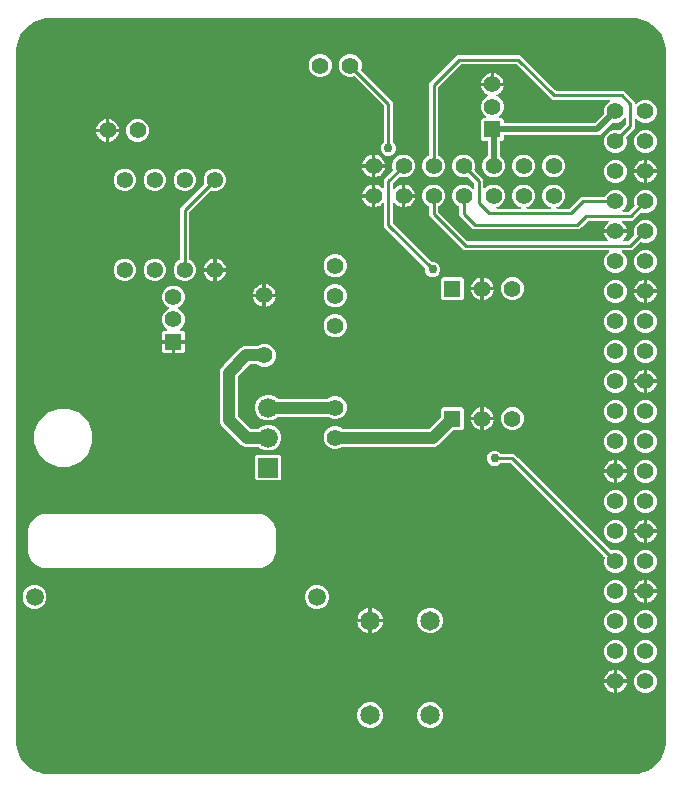
<source format=gbr>
G04 EAGLE Gerber RS-274X export*
G75*
%MOMM*%
%FSLAX34Y34*%
%LPD*%
%INBottom Copper*%
%IPPOS*%
%AMOC8*
5,1,8,0,0,1.08239X$1,22.5*%
G01*
%ADD10C,1.422400*%
%ADD11C,1.500000*%
%ADD12C,1.650000*%
%ADD13R,1.676400X1.676400*%
%ADD14C,1.676400*%
%ADD15R,1.422400X1.422400*%
%ADD16C,1.386000*%
%ADD17C,5.500000*%
%ADD18C,0.756400*%
%ADD19C,1.016000*%
%ADD20C,0.508000*%
%ADD21C,0.254000*%

G36*
X529704Y5086D02*
X529704Y5086D01*
X529780Y5088D01*
X533124Y5567D01*
X533147Y5574D01*
X533269Y5603D01*
X539857Y7923D01*
X539871Y7930D01*
X539886Y7933D01*
X540034Y8012D01*
X545797Y11958D01*
X545808Y11969D01*
X545822Y11976D01*
X545945Y12091D01*
X550490Y17394D01*
X550498Y17407D01*
X550510Y17418D01*
X550599Y17560D01*
X553616Y23859D01*
X553621Y23874D01*
X553629Y23887D01*
X553678Y24048D01*
X554963Y30912D01*
X554964Y30937D01*
X554976Y31061D01*
X554959Y32549D01*
X554944Y32635D01*
X554937Y32721D01*
X554923Y32755D01*
X554919Y32777D01*
X554919Y34776D01*
X554916Y34793D01*
X554918Y34809D01*
X554916Y34817D01*
X554917Y34834D01*
X554772Y36723D01*
X554809Y36766D01*
X554832Y36823D01*
X554864Y36876D01*
X554877Y36937D01*
X554901Y36994D01*
X554911Y37084D01*
X554918Y37116D01*
X554916Y37133D01*
X554919Y37161D01*
X554919Y612839D01*
X554909Y612900D01*
X554909Y612963D01*
X554889Y613021D01*
X554880Y613082D01*
X554850Y613137D01*
X554830Y613196D01*
X554780Y613270D01*
X554772Y613284D01*
X554917Y615166D01*
X554915Y615187D01*
X554919Y615224D01*
X554919Y617238D01*
X554939Y617285D01*
X554945Y617331D01*
X554952Y617356D01*
X554951Y617387D01*
X554959Y617451D01*
X554976Y618939D01*
X554972Y618962D01*
X554963Y619087D01*
X553678Y625952D01*
X553673Y625967D01*
X553672Y625983D01*
X553616Y626141D01*
X550599Y632440D01*
X550590Y632453D01*
X550584Y632468D01*
X550490Y632606D01*
X545945Y637909D01*
X545933Y637919D01*
X545924Y637932D01*
X545797Y638042D01*
X540034Y641988D01*
X540033Y641988D01*
X540032Y641989D01*
X540019Y641995D01*
X540008Y642005D01*
X539857Y642078D01*
X533269Y644397D01*
X533245Y644401D01*
X533124Y644433D01*
X529780Y644912D01*
X529747Y644911D01*
X529672Y644919D01*
X30328Y644919D01*
X30296Y644914D01*
X30220Y644912D01*
X26876Y644433D01*
X26853Y644426D01*
X26731Y644397D01*
X20143Y642077D01*
X20129Y642070D01*
X20114Y642067D01*
X19966Y641988D01*
X14203Y638042D01*
X14192Y638031D01*
X14178Y638024D01*
X14055Y637909D01*
X9510Y632606D01*
X9502Y632593D01*
X9490Y632582D01*
X9401Y632440D01*
X6384Y626141D01*
X6379Y626126D01*
X6371Y626113D01*
X6322Y625952D01*
X5037Y619087D01*
X5036Y619063D01*
X5024Y618939D01*
X5041Y617451D01*
X5056Y617365D01*
X5063Y617279D01*
X5077Y617245D01*
X5081Y617223D01*
X5081Y615224D01*
X5084Y615203D01*
X5083Y615166D01*
X5228Y613277D01*
X5191Y613234D01*
X5168Y613177D01*
X5136Y613124D01*
X5123Y613063D01*
X5099Y613006D01*
X5089Y612916D01*
X5082Y612884D01*
X5084Y612867D01*
X5081Y612839D01*
X5081Y37161D01*
X5091Y37100D01*
X5091Y37037D01*
X5111Y36979D01*
X5120Y36918D01*
X5150Y36863D01*
X5170Y36804D01*
X5220Y36730D01*
X5228Y36716D01*
X5083Y34834D01*
X5085Y34813D01*
X5081Y34776D01*
X5081Y32762D01*
X5061Y32715D01*
X5055Y32669D01*
X5048Y32644D01*
X5049Y32613D01*
X5041Y32549D01*
X5024Y31061D01*
X5028Y31038D01*
X5037Y30913D01*
X6322Y24048D01*
X6327Y24033D01*
X6328Y24017D01*
X6384Y23859D01*
X9401Y17560D01*
X9410Y17547D01*
X9416Y17532D01*
X9510Y17394D01*
X14055Y12091D01*
X14067Y12081D01*
X14076Y12068D01*
X14203Y11958D01*
X19966Y8012D01*
X19980Y8006D01*
X19992Y7995D01*
X20143Y7923D01*
X26731Y5603D01*
X26755Y5599D01*
X26876Y5567D01*
X30220Y5088D01*
X30253Y5089D01*
X30328Y5081D01*
X529672Y5081D01*
X529704Y5086D01*
G37*
%LPC*%
G36*
X27000Y179919D02*
X27000Y179919D01*
X21457Y182215D01*
X17215Y186457D01*
X14919Y192000D01*
X14919Y213000D01*
X17215Y218543D01*
X21457Y222785D01*
X27000Y225081D01*
X213000Y225081D01*
X218543Y222785D01*
X222785Y218543D01*
X225081Y213000D01*
X225081Y192000D01*
X222785Y186457D01*
X218543Y182215D01*
X213000Y179919D01*
X27000Y179919D01*
G37*
%LPD*%
%LPC*%
G36*
X510380Y429647D02*
X510380Y429647D01*
X506832Y431117D01*
X504117Y433832D01*
X502647Y437380D01*
X502647Y441220D01*
X504117Y444768D01*
X506739Y447390D01*
X506781Y447448D01*
X506830Y447500D01*
X506852Y447547D01*
X506882Y447589D01*
X506903Y447658D01*
X506934Y447723D01*
X506939Y447775D01*
X506955Y447825D01*
X506953Y447896D01*
X506961Y447967D01*
X506950Y448018D01*
X506948Y448070D01*
X506924Y448138D01*
X506908Y448208D01*
X506882Y448253D01*
X506864Y448301D01*
X506819Y448357D01*
X506782Y448419D01*
X506743Y448453D01*
X506710Y448493D01*
X506650Y448532D01*
X506595Y448579D01*
X506547Y448598D01*
X506503Y448626D01*
X506434Y448644D01*
X506367Y448671D01*
X506296Y448679D01*
X506265Y448687D01*
X506241Y448685D01*
X506200Y448689D01*
X383922Y448689D01*
X354589Y478022D01*
X354589Y485222D01*
X354570Y485337D01*
X354553Y485453D01*
X354551Y485458D01*
X354550Y485465D01*
X354495Y485567D01*
X354442Y485672D01*
X354437Y485676D01*
X354434Y485682D01*
X354350Y485762D01*
X354266Y485844D01*
X354260Y485848D01*
X354256Y485851D01*
X354239Y485859D01*
X354119Y485925D01*
X352932Y486417D01*
X350217Y489132D01*
X348747Y492680D01*
X348747Y496520D01*
X350217Y500068D01*
X352932Y502783D01*
X356480Y504253D01*
X360320Y504253D01*
X363868Y502783D01*
X366583Y500068D01*
X368053Y496520D01*
X368053Y492680D01*
X366583Y489132D01*
X363868Y486417D01*
X362681Y485925D01*
X362581Y485864D01*
X362481Y485804D01*
X362477Y485799D01*
X362472Y485795D01*
X362397Y485706D01*
X362321Y485617D01*
X362319Y485611D01*
X362315Y485606D01*
X362273Y485498D01*
X362229Y485388D01*
X362228Y485381D01*
X362227Y485376D01*
X362226Y485358D01*
X362211Y485222D01*
X362211Y481494D01*
X362225Y481404D01*
X362233Y481313D01*
X362245Y481283D01*
X362250Y481251D01*
X362293Y481170D01*
X362329Y481086D01*
X362355Y481054D01*
X362366Y481034D01*
X362389Y481011D01*
X362434Y480956D01*
X386856Y456534D01*
X386929Y456481D01*
X386999Y456421D01*
X387029Y456409D01*
X387055Y456390D01*
X387142Y456363D01*
X387227Y456329D01*
X387268Y456325D01*
X387290Y456318D01*
X387323Y456319D01*
X387394Y456311D01*
X505200Y456311D01*
X505271Y456322D01*
X505343Y456324D01*
X505392Y456342D01*
X505443Y456350D01*
X505507Y456384D01*
X505574Y456409D01*
X505615Y456441D01*
X505661Y456466D01*
X505710Y456518D01*
X505766Y456562D01*
X505794Y456606D01*
X505830Y456644D01*
X505860Y456709D01*
X505899Y456769D01*
X505912Y456820D01*
X505934Y456867D01*
X505941Y456938D01*
X505959Y457008D01*
X505955Y457060D01*
X505961Y457111D01*
X505945Y457182D01*
X505940Y457253D01*
X505919Y457301D01*
X505908Y457352D01*
X505872Y457413D01*
X505844Y457479D01*
X505799Y457535D01*
X505782Y457563D01*
X505764Y457578D01*
X505739Y457610D01*
X504937Y458412D01*
X504044Y459641D01*
X503354Y460995D01*
X502885Y462440D01*
X502768Y463177D01*
X511538Y463177D01*
X511558Y463180D01*
X511577Y463178D01*
X511679Y463200D01*
X511781Y463217D01*
X511798Y463226D01*
X511818Y463230D01*
X511907Y463283D01*
X511998Y463332D01*
X512012Y463346D01*
X512029Y463356D01*
X512096Y463435D01*
X512167Y463510D01*
X512176Y463528D01*
X512189Y463543D01*
X512227Y463639D01*
X512271Y463733D01*
X512273Y463753D01*
X512281Y463771D01*
X512299Y463938D01*
X512299Y465462D01*
X512296Y465482D01*
X512298Y465501D01*
X512276Y465603D01*
X512259Y465705D01*
X512250Y465722D01*
X512246Y465742D01*
X512193Y465831D01*
X512144Y465922D01*
X512130Y465936D01*
X512120Y465953D01*
X512041Y466020D01*
X511966Y466091D01*
X511948Y466100D01*
X511933Y466113D01*
X511837Y466152D01*
X511743Y466195D01*
X511723Y466197D01*
X511705Y466205D01*
X511538Y466223D01*
X502768Y466223D01*
X502885Y466960D01*
X503354Y468405D01*
X504044Y469759D01*
X504937Y470988D01*
X506012Y472063D01*
X506355Y472312D01*
X506361Y472318D01*
X506368Y472322D01*
X506447Y472405D01*
X506528Y472487D01*
X506532Y472494D01*
X506537Y472500D01*
X506586Y472605D01*
X506636Y472708D01*
X506637Y472716D01*
X506641Y472723D01*
X506653Y472838D01*
X506668Y472952D01*
X506667Y472960D01*
X506668Y472967D01*
X506643Y473080D01*
X506621Y473193D01*
X506617Y473200D01*
X506616Y473208D01*
X506557Y473306D01*
X506499Y473407D01*
X506493Y473412D01*
X506489Y473419D01*
X506402Y473493D01*
X506316Y473570D01*
X506309Y473574D01*
X506302Y473579D01*
X506194Y473622D01*
X506090Y473667D01*
X506082Y473668D01*
X506074Y473671D01*
X505908Y473689D01*
X489394Y473689D01*
X489304Y473675D01*
X489213Y473667D01*
X489183Y473655D01*
X489151Y473650D01*
X489070Y473607D01*
X488986Y473571D01*
X488954Y473545D01*
X488934Y473534D01*
X488911Y473511D01*
X488855Y473466D01*
X484034Y468644D01*
X481578Y466189D01*
X391822Y466189D01*
X379989Y478022D01*
X379989Y485222D01*
X379970Y485337D01*
X379953Y485453D01*
X379951Y485458D01*
X379950Y485465D01*
X379895Y485567D01*
X379842Y485672D01*
X379837Y485676D01*
X379834Y485682D01*
X379750Y485762D01*
X379666Y485844D01*
X379660Y485848D01*
X379656Y485851D01*
X379639Y485859D01*
X379519Y485925D01*
X378332Y486417D01*
X375617Y489132D01*
X374147Y492680D01*
X374147Y496520D01*
X375617Y500068D01*
X378332Y502783D01*
X381880Y504253D01*
X385720Y504253D01*
X389268Y502783D01*
X391640Y500411D01*
X391698Y500369D01*
X391750Y500320D01*
X391797Y500298D01*
X391839Y500268D01*
X391908Y500247D01*
X391973Y500216D01*
X392025Y500211D01*
X392075Y500195D01*
X392146Y500197D01*
X392217Y500189D01*
X392268Y500200D01*
X392320Y500202D01*
X392388Y500226D01*
X392458Y500242D01*
X392503Y500268D01*
X392551Y500286D01*
X392607Y500331D01*
X392669Y500368D01*
X392703Y500407D01*
X392743Y500440D01*
X392782Y500500D01*
X392829Y500555D01*
X392848Y500603D01*
X392876Y500647D01*
X392894Y500716D01*
X392921Y500783D01*
X392929Y500854D01*
X392937Y500885D01*
X392935Y500909D01*
X392939Y500950D01*
X392939Y505156D01*
X392925Y505246D01*
X392917Y505337D01*
X392905Y505367D01*
X392900Y505399D01*
X392857Y505480D01*
X392821Y505564D01*
X392795Y505596D01*
X392784Y505616D01*
X392761Y505639D01*
X392716Y505694D01*
X387737Y510674D01*
X387642Y510742D01*
X387548Y510812D01*
X387542Y510814D01*
X387537Y510818D01*
X387426Y510852D01*
X387314Y510888D01*
X387308Y510888D01*
X387302Y510890D01*
X387185Y510887D01*
X387068Y510886D01*
X387061Y510884D01*
X387056Y510884D01*
X387039Y510877D01*
X386907Y510839D01*
X385720Y510347D01*
X381880Y510347D01*
X378332Y511817D01*
X375617Y514532D01*
X374147Y518080D01*
X374147Y521920D01*
X375617Y525468D01*
X378332Y528183D01*
X381880Y529653D01*
X385720Y529653D01*
X389268Y528183D01*
X391983Y525468D01*
X393453Y521920D01*
X393453Y518080D01*
X392961Y516893D01*
X392953Y516857D01*
X392947Y516846D01*
X392945Y516825D01*
X392934Y516779D01*
X392906Y516666D01*
X392906Y516659D01*
X392905Y516653D01*
X392916Y516537D01*
X392925Y516420D01*
X392927Y516415D01*
X392928Y516408D01*
X392976Y516301D01*
X393021Y516194D01*
X393026Y516188D01*
X393028Y516184D01*
X393041Y516170D01*
X393126Y516063D01*
X400561Y508628D01*
X400561Y501450D01*
X400572Y501379D01*
X400574Y501307D01*
X400592Y501258D01*
X400600Y501207D01*
X400634Y501143D01*
X400659Y501076D01*
X400691Y501035D01*
X400716Y500989D01*
X400768Y500940D01*
X400812Y500884D01*
X400856Y500856D01*
X400894Y500820D01*
X400959Y500790D01*
X401019Y500751D01*
X401070Y500738D01*
X401117Y500716D01*
X401188Y500709D01*
X401258Y500691D01*
X401310Y500695D01*
X401361Y500689D01*
X401432Y500705D01*
X401503Y500710D01*
X401551Y500730D01*
X401602Y500742D01*
X401663Y500778D01*
X401729Y500806D01*
X401785Y500851D01*
X401813Y500868D01*
X401828Y500886D01*
X401860Y500911D01*
X403732Y502783D01*
X407280Y504253D01*
X411120Y504253D01*
X414668Y502783D01*
X417383Y500068D01*
X418853Y496520D01*
X418853Y492680D01*
X417383Y489132D01*
X414668Y486417D01*
X411912Y485275D01*
X411829Y485224D01*
X411743Y485178D01*
X411725Y485159D01*
X411703Y485146D01*
X411641Y485071D01*
X411574Y485000D01*
X411563Y484976D01*
X411546Y484956D01*
X411511Y484865D01*
X411470Y484777D01*
X411467Y484751D01*
X411458Y484727D01*
X411454Y484629D01*
X411443Y484533D01*
X411449Y484507D01*
X411447Y484481D01*
X411475Y484387D01*
X411495Y484292D01*
X411509Y484270D01*
X411516Y484245D01*
X411571Y484165D01*
X411621Y484081D01*
X411641Y484064D01*
X411656Y484043D01*
X411734Y483984D01*
X411808Y483921D01*
X411833Y483911D01*
X411854Y483896D01*
X411946Y483866D01*
X412037Y483829D01*
X412069Y483826D01*
X412087Y483820D01*
X412121Y483820D01*
X412203Y483811D01*
X431597Y483811D01*
X431693Y483826D01*
X431790Y483836D01*
X431814Y483846D01*
X431840Y483850D01*
X431925Y483896D01*
X432015Y483936D01*
X432034Y483953D01*
X432057Y483966D01*
X432124Y484036D01*
X432196Y484102D01*
X432208Y484125D01*
X432226Y484144D01*
X432267Y484232D01*
X432314Y484318D01*
X432319Y484343D01*
X432330Y484367D01*
X432341Y484463D01*
X432358Y484560D01*
X432354Y484586D01*
X432357Y484611D01*
X432336Y484707D01*
X432322Y484803D01*
X432310Y484826D01*
X432305Y484852D01*
X432255Y484935D01*
X432211Y485022D01*
X432192Y485041D01*
X432179Y485063D01*
X432105Y485126D01*
X432035Y485194D01*
X432006Y485210D01*
X431992Y485223D01*
X431961Y485235D01*
X431888Y485275D01*
X429132Y486417D01*
X426417Y489132D01*
X424947Y492680D01*
X424947Y496520D01*
X426417Y500068D01*
X429132Y502783D01*
X432680Y504253D01*
X436520Y504253D01*
X440068Y502783D01*
X442783Y500068D01*
X444253Y496520D01*
X444253Y492680D01*
X442783Y489132D01*
X440068Y486417D01*
X437312Y485275D01*
X437229Y485224D01*
X437143Y485178D01*
X437125Y485159D01*
X437103Y485146D01*
X437041Y485071D01*
X436974Y485000D01*
X436963Y484976D01*
X436946Y484956D01*
X436911Y484865D01*
X436870Y484777D01*
X436867Y484751D01*
X436858Y484727D01*
X436854Y484629D01*
X436843Y484533D01*
X436849Y484507D01*
X436847Y484481D01*
X436875Y484387D01*
X436895Y484292D01*
X436909Y484270D01*
X436916Y484245D01*
X436971Y484165D01*
X437021Y484081D01*
X437041Y484064D01*
X437056Y484043D01*
X437134Y483984D01*
X437208Y483921D01*
X437233Y483911D01*
X437254Y483896D01*
X437346Y483866D01*
X437437Y483829D01*
X437469Y483826D01*
X437487Y483820D01*
X437521Y483820D01*
X437603Y483811D01*
X456997Y483811D01*
X457093Y483826D01*
X457190Y483836D01*
X457214Y483846D01*
X457240Y483850D01*
X457325Y483896D01*
X457415Y483936D01*
X457434Y483953D01*
X457457Y483966D01*
X457524Y484036D01*
X457596Y484102D01*
X457608Y484125D01*
X457626Y484144D01*
X457667Y484232D01*
X457714Y484318D01*
X457719Y484343D01*
X457730Y484367D01*
X457741Y484463D01*
X457758Y484560D01*
X457754Y484586D01*
X457757Y484611D01*
X457736Y484707D01*
X457722Y484803D01*
X457710Y484826D01*
X457705Y484852D01*
X457655Y484935D01*
X457611Y485022D01*
X457592Y485041D01*
X457579Y485063D01*
X457505Y485126D01*
X457435Y485194D01*
X457406Y485210D01*
X457392Y485223D01*
X457361Y485235D01*
X457288Y485275D01*
X454532Y486417D01*
X451817Y489132D01*
X450347Y492680D01*
X450347Y496520D01*
X451817Y500068D01*
X454532Y502783D01*
X458080Y504253D01*
X461920Y504253D01*
X465468Y502783D01*
X468183Y500068D01*
X469653Y496520D01*
X469653Y492680D01*
X468183Y489132D01*
X465468Y486417D01*
X462712Y485275D01*
X462629Y485224D01*
X462543Y485178D01*
X462525Y485159D01*
X462503Y485146D01*
X462441Y485071D01*
X462374Y485000D01*
X462363Y484976D01*
X462346Y484956D01*
X462311Y484865D01*
X462270Y484777D01*
X462267Y484751D01*
X462258Y484727D01*
X462254Y484629D01*
X462243Y484533D01*
X462249Y484507D01*
X462247Y484481D01*
X462275Y484387D01*
X462295Y484292D01*
X462309Y484270D01*
X462316Y484245D01*
X462371Y484165D01*
X462421Y484081D01*
X462441Y484064D01*
X462456Y484043D01*
X462534Y483984D01*
X462608Y483921D01*
X462633Y483911D01*
X462654Y483896D01*
X462746Y483866D01*
X462837Y483829D01*
X462869Y483826D01*
X462887Y483820D01*
X462921Y483820D01*
X463003Y483811D01*
X473106Y483811D01*
X473196Y483825D01*
X473287Y483833D01*
X473317Y483845D01*
X473349Y483850D01*
X473430Y483893D01*
X473514Y483929D01*
X473546Y483955D01*
X473566Y483966D01*
X473589Y483989D01*
X473644Y484034D01*
X483522Y493911D01*
X502922Y493911D01*
X503037Y493930D01*
X503153Y493947D01*
X503158Y493949D01*
X503165Y493950D01*
X503267Y494005D01*
X503372Y494058D01*
X503376Y494063D01*
X503382Y494066D01*
X503462Y494150D01*
X503544Y494234D01*
X503548Y494240D01*
X503551Y494244D01*
X503559Y494261D01*
X503625Y494381D01*
X504117Y495568D01*
X506832Y498283D01*
X510380Y499753D01*
X514220Y499753D01*
X517768Y498283D01*
X520483Y495568D01*
X521953Y492020D01*
X521953Y488180D01*
X520483Y484632D01*
X518461Y482610D01*
X518419Y482552D01*
X518370Y482500D01*
X518348Y482453D01*
X518318Y482411D01*
X518297Y482342D01*
X518266Y482277D01*
X518261Y482225D01*
X518245Y482175D01*
X518247Y482104D01*
X518239Y482033D01*
X518250Y481982D01*
X518252Y481930D01*
X518276Y481862D01*
X518292Y481792D01*
X518318Y481747D01*
X518336Y481699D01*
X518381Y481643D01*
X518418Y481581D01*
X518457Y481547D01*
X518490Y481507D01*
X518550Y481468D01*
X518605Y481421D01*
X518653Y481402D01*
X518697Y481374D01*
X518766Y481356D01*
X518833Y481329D01*
X518904Y481321D01*
X518935Y481313D01*
X518959Y481315D01*
X519000Y481311D01*
X523206Y481311D01*
X523296Y481325D01*
X523387Y481333D01*
X523417Y481345D01*
X523449Y481350D01*
X523530Y481393D01*
X523614Y481429D01*
X523646Y481455D01*
X523666Y481466D01*
X523689Y481489D01*
X523745Y481534D01*
X528374Y486163D01*
X528442Y486258D01*
X528512Y486352D01*
X528514Y486358D01*
X528518Y486363D01*
X528552Y486475D01*
X528588Y486586D01*
X528588Y486592D01*
X528590Y486598D01*
X528587Y486715D01*
X528586Y486832D01*
X528584Y486839D01*
X528584Y486844D01*
X528577Y486861D01*
X528539Y486993D01*
X528047Y488180D01*
X528047Y492020D01*
X529517Y495568D01*
X532232Y498283D01*
X535780Y499753D01*
X539620Y499753D01*
X543168Y498283D01*
X545883Y495568D01*
X547353Y492020D01*
X547353Y488180D01*
X545883Y484632D01*
X543168Y481917D01*
X539620Y480447D01*
X535780Y480447D01*
X534593Y480939D01*
X534479Y480966D01*
X534366Y480994D01*
X534359Y480994D01*
X534353Y480995D01*
X534237Y480984D01*
X534120Y480975D01*
X534115Y480973D01*
X534108Y480972D01*
X534001Y480924D01*
X533894Y480879D01*
X533888Y480874D01*
X533884Y480872D01*
X533870Y480859D01*
X533763Y480774D01*
X529134Y476145D01*
X529134Y476144D01*
X526678Y473689D01*
X518692Y473689D01*
X518685Y473688D01*
X518677Y473689D01*
X518563Y473668D01*
X518450Y473650D01*
X518443Y473646D01*
X518435Y473644D01*
X518333Y473588D01*
X518232Y473534D01*
X518227Y473529D01*
X518220Y473525D01*
X518142Y473439D01*
X518063Y473356D01*
X518060Y473349D01*
X518054Y473343D01*
X518008Y473238D01*
X517959Y473133D01*
X517958Y473125D01*
X517955Y473118D01*
X517945Y473003D01*
X517932Y472889D01*
X517934Y472881D01*
X517933Y472873D01*
X517960Y472760D01*
X517984Y472648D01*
X517989Y472641D01*
X517990Y472634D01*
X518052Y472536D01*
X518111Y472437D01*
X518117Y472432D01*
X518121Y472425D01*
X518245Y472312D01*
X518588Y472063D01*
X519663Y470988D01*
X520556Y469759D01*
X521246Y468405D01*
X521715Y466960D01*
X521832Y466223D01*
X513062Y466223D01*
X513042Y466220D01*
X513023Y466222D01*
X512921Y466200D01*
X512819Y466183D01*
X512802Y466174D01*
X512782Y466170D01*
X512693Y466117D01*
X512602Y466068D01*
X512588Y466054D01*
X512571Y466044D01*
X512504Y465965D01*
X512433Y465890D01*
X512424Y465872D01*
X512411Y465857D01*
X512373Y465761D01*
X512329Y465667D01*
X512327Y465647D01*
X512319Y465629D01*
X512301Y465462D01*
X512301Y463938D01*
X512304Y463918D01*
X512302Y463899D01*
X512324Y463797D01*
X512341Y463695D01*
X512350Y463678D01*
X512354Y463658D01*
X512407Y463569D01*
X512456Y463478D01*
X512470Y463464D01*
X512480Y463447D01*
X512559Y463380D01*
X512634Y463309D01*
X512652Y463300D01*
X512667Y463287D01*
X512763Y463248D01*
X512857Y463205D01*
X512877Y463203D01*
X512895Y463195D01*
X513062Y463177D01*
X521832Y463177D01*
X521715Y462440D01*
X521246Y460995D01*
X520556Y459641D01*
X519663Y458412D01*
X518861Y457610D01*
X518819Y457552D01*
X518770Y457500D01*
X518748Y457453D01*
X518718Y457411D01*
X518697Y457342D01*
X518666Y457277D01*
X518661Y457225D01*
X518645Y457175D01*
X518647Y457104D01*
X518639Y457033D01*
X518650Y456982D01*
X518652Y456930D01*
X518676Y456862D01*
X518692Y456792D01*
X518718Y456747D01*
X518736Y456699D01*
X518781Y456643D01*
X518818Y456581D01*
X518857Y456547D01*
X518890Y456507D01*
X518950Y456468D01*
X519005Y456421D01*
X519053Y456402D01*
X519097Y456374D01*
X519166Y456356D01*
X519233Y456329D01*
X519304Y456321D01*
X519335Y456313D01*
X519359Y456315D01*
X519400Y456311D01*
X523106Y456311D01*
X523196Y456325D01*
X523287Y456333D01*
X523317Y456345D01*
X523349Y456350D01*
X523430Y456393D01*
X523514Y456429D01*
X523546Y456455D01*
X523566Y456466D01*
X523589Y456489D01*
X523644Y456534D01*
X528228Y461117D01*
X528296Y461212D01*
X528365Y461305D01*
X528367Y461311D01*
X528371Y461316D01*
X528405Y461428D01*
X528442Y461539D01*
X528442Y461546D01*
X528443Y461552D01*
X528440Y461668D01*
X528439Y461785D01*
X528437Y461792D01*
X528437Y461797D01*
X528431Y461815D01*
X528393Y461946D01*
X528047Y462780D01*
X528047Y466620D01*
X529517Y470168D01*
X532232Y472883D01*
X535780Y474353D01*
X539620Y474353D01*
X543168Y472883D01*
X545883Y470168D01*
X547353Y466620D01*
X547353Y462780D01*
X545883Y459232D01*
X543168Y456517D01*
X539620Y455047D01*
X535780Y455047D01*
X534239Y455685D01*
X534175Y455701D01*
X534121Y455722D01*
X534057Y455729D01*
X534012Y455741D01*
X534006Y455740D01*
X534000Y455742D01*
X533971Y455739D01*
X533954Y455741D01*
X533945Y455741D01*
X533884Y455731D01*
X533883Y455731D01*
X533767Y455722D01*
X533761Y455719D01*
X533755Y455719D01*
X533723Y455704D01*
X533702Y455701D01*
X533637Y455666D01*
X533541Y455625D01*
X533535Y455621D01*
X533530Y455619D01*
X533516Y455606D01*
X533504Y455596D01*
X533485Y455586D01*
X533465Y455565D01*
X533410Y455520D01*
X529034Y451144D01*
X526578Y448689D01*
X518400Y448689D01*
X518329Y448678D01*
X518257Y448676D01*
X518208Y448658D01*
X518157Y448650D01*
X518093Y448616D01*
X518026Y448591D01*
X517985Y448559D01*
X517939Y448534D01*
X517890Y448482D01*
X517834Y448438D01*
X517806Y448394D01*
X517770Y448356D01*
X517740Y448291D01*
X517701Y448231D01*
X517688Y448180D01*
X517666Y448133D01*
X517659Y448062D01*
X517641Y447992D01*
X517645Y447940D01*
X517639Y447889D01*
X517655Y447818D01*
X517660Y447747D01*
X517680Y447699D01*
X517692Y447648D01*
X517728Y447587D01*
X517756Y447521D01*
X517801Y447465D01*
X517818Y447437D01*
X517836Y447422D01*
X517861Y447390D01*
X520483Y444768D01*
X521953Y441220D01*
X521953Y437380D01*
X520483Y433832D01*
X517768Y431117D01*
X514220Y429647D01*
X510380Y429647D01*
G37*
%LPD*%
%LPC*%
G36*
X356480Y510347D02*
X356480Y510347D01*
X352932Y511817D01*
X350217Y514532D01*
X348747Y518080D01*
X348747Y521920D01*
X350217Y525468D01*
X352932Y528183D01*
X354119Y528675D01*
X354219Y528736D01*
X354319Y528796D01*
X354323Y528801D01*
X354328Y528805D01*
X354403Y528894D01*
X354479Y528983D01*
X354481Y528989D01*
X354485Y528994D01*
X354527Y529102D01*
X354571Y529212D01*
X354572Y529219D01*
X354573Y529224D01*
X354574Y529242D01*
X354589Y529378D01*
X354589Y589978D01*
X378422Y613811D01*
X431578Y613811D01*
X461356Y584034D01*
X461429Y583981D01*
X461499Y583921D01*
X461529Y583909D01*
X461555Y583890D01*
X461642Y583863D01*
X461727Y583829D01*
X461768Y583825D01*
X461790Y583818D01*
X461823Y583819D01*
X461894Y583811D01*
X519078Y583811D01*
X528811Y574078D01*
X528811Y572900D01*
X528822Y572829D01*
X528824Y572757D01*
X528842Y572708D01*
X528850Y572657D01*
X528884Y572593D01*
X528909Y572526D01*
X528941Y572485D01*
X528966Y572439D01*
X529018Y572390D01*
X529062Y572334D01*
X529106Y572306D01*
X529144Y572270D01*
X529209Y572240D01*
X529269Y572201D01*
X529320Y572188D01*
X529367Y572166D01*
X529438Y572159D01*
X529508Y572141D01*
X529560Y572145D01*
X529611Y572139D01*
X529682Y572155D01*
X529753Y572160D01*
X529801Y572180D01*
X529852Y572192D01*
X529913Y572228D01*
X529979Y572256D01*
X530035Y572301D01*
X530063Y572318D01*
X530078Y572336D01*
X530110Y572361D01*
X532232Y574483D01*
X535780Y575953D01*
X539620Y575953D01*
X543168Y574483D01*
X545883Y571768D01*
X547353Y568220D01*
X547353Y564380D01*
X545883Y560832D01*
X543168Y558117D01*
X539620Y556647D01*
X535780Y556647D01*
X532232Y558117D01*
X530110Y560239D01*
X530052Y560281D01*
X530000Y560330D01*
X529953Y560352D01*
X529911Y560382D01*
X529842Y560403D01*
X529777Y560434D01*
X529725Y560439D01*
X529675Y560455D01*
X529604Y560453D01*
X529533Y560461D01*
X529482Y560450D01*
X529430Y560448D01*
X529362Y560424D01*
X529292Y560408D01*
X529247Y560382D01*
X529199Y560364D01*
X529143Y560319D01*
X529081Y560282D01*
X529047Y560243D01*
X529007Y560210D01*
X528968Y560150D01*
X528921Y560095D01*
X528902Y560047D01*
X528874Y560003D01*
X528856Y559934D01*
X528829Y559867D01*
X528821Y559796D01*
X528813Y559765D01*
X528815Y559741D01*
X528811Y559700D01*
X528811Y552022D01*
X521626Y544837D01*
X521558Y544742D01*
X521488Y544648D01*
X521486Y544642D01*
X521482Y544637D01*
X521448Y544526D01*
X521412Y544414D01*
X521412Y544408D01*
X521410Y544402D01*
X521413Y544285D01*
X521414Y544168D01*
X521416Y544161D01*
X521416Y544156D01*
X521423Y544139D01*
X521461Y544007D01*
X521953Y542820D01*
X521953Y538980D01*
X520483Y535432D01*
X517768Y532717D01*
X514220Y531247D01*
X510380Y531247D01*
X506832Y532717D01*
X504117Y535432D01*
X502647Y538980D01*
X502647Y542820D01*
X504117Y546368D01*
X506832Y549083D01*
X510380Y550553D01*
X514220Y550553D01*
X515407Y550061D01*
X515521Y550034D01*
X515634Y550006D01*
X515641Y550006D01*
X515647Y550005D01*
X515763Y550016D01*
X515880Y550025D01*
X515885Y550027D01*
X515892Y550028D01*
X515999Y550076D01*
X516106Y550121D01*
X516112Y550126D01*
X516116Y550128D01*
X516130Y550141D01*
X516237Y550226D01*
X520966Y554956D01*
X521013Y555020D01*
X521028Y555036D01*
X521032Y555044D01*
X521079Y555099D01*
X521091Y555129D01*
X521110Y555155D01*
X521137Y555242D01*
X521171Y555327D01*
X521175Y555368D01*
X521182Y555390D01*
X521181Y555423D01*
X521189Y555494D01*
X521189Y559700D01*
X521178Y559771D01*
X521176Y559843D01*
X521158Y559892D01*
X521150Y559943D01*
X521116Y560007D01*
X521091Y560074D01*
X521059Y560115D01*
X521034Y560161D01*
X520982Y560210D01*
X520938Y560266D01*
X520894Y560294D01*
X520856Y560330D01*
X520791Y560360D01*
X520731Y560399D01*
X520680Y560412D01*
X520633Y560434D01*
X520562Y560441D01*
X520492Y560459D01*
X520440Y560455D01*
X520389Y560461D01*
X520318Y560445D01*
X520247Y560440D01*
X520199Y560420D01*
X520148Y560408D01*
X520087Y560372D01*
X520021Y560344D01*
X519965Y560299D01*
X519937Y560282D01*
X519922Y560264D01*
X519890Y560239D01*
X517768Y558117D01*
X514220Y556647D01*
X510319Y556647D01*
X510236Y556668D01*
X510230Y556668D01*
X510224Y556669D01*
X510106Y556658D01*
X509990Y556649D01*
X509985Y556647D01*
X509979Y556646D01*
X509871Y556598D01*
X509764Y556553D01*
X509758Y556548D01*
X509754Y556546D01*
X509740Y556534D01*
X509633Y556448D01*
X502254Y549068D01*
X499055Y545869D01*
X418514Y545869D01*
X418494Y545866D01*
X418475Y545868D01*
X418373Y545846D01*
X418271Y545830D01*
X418254Y545820D01*
X418234Y545816D01*
X418145Y545763D01*
X418054Y545714D01*
X418040Y545700D01*
X418023Y545690D01*
X417956Y545611D01*
X417884Y545536D01*
X417876Y545518D01*
X417863Y545503D01*
X417824Y545407D01*
X417781Y545313D01*
X417779Y545293D01*
X417771Y545275D01*
X417753Y545108D01*
X417753Y542786D01*
X416264Y541297D01*
X415042Y541297D01*
X415022Y541294D01*
X415003Y541296D01*
X414901Y541274D01*
X414799Y541258D01*
X414782Y541248D01*
X414762Y541244D01*
X414673Y541191D01*
X414582Y541142D01*
X414568Y541128D01*
X414551Y541118D01*
X414484Y541039D01*
X414412Y540964D01*
X414404Y540946D01*
X414391Y540931D01*
X414352Y540835D01*
X414309Y540741D01*
X414307Y540721D01*
X414299Y540703D01*
X414281Y540536D01*
X414281Y528852D01*
X414300Y528737D01*
X414317Y528621D01*
X414319Y528616D01*
X414320Y528609D01*
X414375Y528506D01*
X414428Y528402D01*
X414433Y528398D01*
X414436Y528392D01*
X414520Y528312D01*
X414604Y528230D01*
X414610Y528226D01*
X414614Y528223D01*
X414631Y528215D01*
X414643Y528208D01*
X417383Y525468D01*
X418853Y521920D01*
X418853Y518080D01*
X417383Y514532D01*
X414668Y511817D01*
X411120Y510347D01*
X407280Y510347D01*
X403732Y511817D01*
X401017Y514532D01*
X399547Y518080D01*
X399547Y521920D01*
X401017Y525468D01*
X403775Y528226D01*
X403849Y528270D01*
X403853Y528275D01*
X403858Y528278D01*
X403933Y528369D01*
X404009Y528457D01*
X404011Y528463D01*
X404015Y528468D01*
X404057Y528577D01*
X404101Y528685D01*
X404102Y528693D01*
X404103Y528697D01*
X404104Y528716D01*
X404119Y528852D01*
X404119Y540536D01*
X404116Y540556D01*
X404118Y540575D01*
X404096Y540677D01*
X404080Y540779D01*
X404070Y540796D01*
X404066Y540816D01*
X404013Y540905D01*
X403964Y540996D01*
X403950Y541010D01*
X403940Y541027D01*
X403861Y541094D01*
X403786Y541166D01*
X403768Y541174D01*
X403753Y541187D01*
X403657Y541226D01*
X403563Y541269D01*
X403543Y541271D01*
X403525Y541279D01*
X403358Y541297D01*
X399936Y541297D01*
X398447Y542786D01*
X398447Y559114D01*
X399936Y560603D01*
X402008Y560603D01*
X402079Y560614D01*
X402151Y560616D01*
X402200Y560634D01*
X402251Y560642D01*
X402315Y560676D01*
X402382Y560701D01*
X402423Y560733D01*
X402469Y560758D01*
X402518Y560810D01*
X402574Y560854D01*
X402602Y560898D01*
X402638Y560936D01*
X402668Y561001D01*
X402707Y561061D01*
X402720Y561112D01*
X402742Y561159D01*
X402749Y561230D01*
X402767Y561300D01*
X402763Y561352D01*
X402769Y561403D01*
X402753Y561474D01*
X402748Y561545D01*
X402728Y561593D01*
X402716Y561644D01*
X402680Y561705D01*
X402652Y561771D01*
X402607Y561827D01*
X402590Y561855D01*
X402572Y561870D01*
X402547Y561902D01*
X399917Y564532D01*
X398447Y568080D01*
X398447Y571920D01*
X399917Y575468D01*
X402632Y578183D01*
X404159Y578815D01*
X404194Y578838D01*
X404234Y578852D01*
X404298Y578902D01*
X404368Y578945D01*
X404395Y578977D01*
X404428Y579003D01*
X404472Y579072D01*
X404525Y579135D01*
X404540Y579174D01*
X404563Y579209D01*
X404583Y579288D01*
X404613Y579364D01*
X404615Y579406D01*
X404625Y579447D01*
X404620Y579528D01*
X404623Y579610D01*
X404611Y579650D01*
X404609Y579692D01*
X404577Y579768D01*
X404555Y579846D01*
X404531Y579881D01*
X404515Y579919D01*
X404461Y579981D01*
X404414Y580048D01*
X404381Y580073D01*
X404353Y580105D01*
X404224Y580190D01*
X404217Y580195D01*
X404215Y580196D01*
X404213Y580197D01*
X403041Y580794D01*
X401812Y581687D01*
X400737Y582762D01*
X399844Y583991D01*
X399154Y585345D01*
X398685Y586790D01*
X398568Y587527D01*
X407338Y587527D01*
X407358Y587530D01*
X407377Y587528D01*
X407479Y587550D01*
X407581Y587567D01*
X407598Y587576D01*
X407618Y587580D01*
X407707Y587633D01*
X407798Y587682D01*
X407812Y587696D01*
X407829Y587706D01*
X407896Y587785D01*
X407967Y587860D01*
X407976Y587878D01*
X407989Y587893D01*
X408027Y587989D01*
X408071Y588083D01*
X408073Y588103D01*
X408081Y588121D01*
X408099Y588288D01*
X408099Y589051D01*
X408101Y589051D01*
X408101Y588288D01*
X408104Y588268D01*
X408102Y588249D01*
X408124Y588147D01*
X408141Y588045D01*
X408150Y588028D01*
X408154Y588008D01*
X408207Y587919D01*
X408256Y587828D01*
X408270Y587814D01*
X408280Y587797D01*
X408359Y587730D01*
X408434Y587659D01*
X408452Y587650D01*
X408467Y587637D01*
X408563Y587598D01*
X408657Y587555D01*
X408677Y587553D01*
X408695Y587545D01*
X408862Y587527D01*
X417632Y587527D01*
X417515Y586790D01*
X417046Y585345D01*
X416356Y583991D01*
X415463Y582762D01*
X414388Y581687D01*
X413159Y580794D01*
X411987Y580197D01*
X411953Y580172D01*
X411915Y580155D01*
X411855Y580100D01*
X411789Y580051D01*
X411765Y580017D01*
X411734Y579989D01*
X411694Y579917D01*
X411647Y579850D01*
X411635Y579810D01*
X411615Y579773D01*
X411601Y579693D01*
X411577Y579614D01*
X411579Y579573D01*
X411571Y579531D01*
X411583Y579450D01*
X411586Y579369D01*
X411601Y579329D01*
X411607Y579288D01*
X411644Y579215D01*
X411673Y579138D01*
X411700Y579106D01*
X411719Y579069D01*
X411777Y579011D01*
X411829Y578948D01*
X411864Y578926D01*
X411894Y578896D01*
X412030Y578822D01*
X412037Y578817D01*
X412039Y578817D01*
X412041Y578815D01*
X413568Y578183D01*
X416283Y575468D01*
X417753Y571920D01*
X417753Y568080D01*
X416283Y564532D01*
X413653Y561902D01*
X413611Y561844D01*
X413562Y561792D01*
X413540Y561745D01*
X413510Y561703D01*
X413489Y561634D01*
X413458Y561569D01*
X413453Y561517D01*
X413437Y561467D01*
X413439Y561396D01*
X413431Y561325D01*
X413442Y561274D01*
X413444Y561222D01*
X413468Y561154D01*
X413484Y561084D01*
X413510Y561039D01*
X413528Y560991D01*
X413573Y560935D01*
X413610Y560873D01*
X413649Y560839D01*
X413682Y560799D01*
X413742Y560760D01*
X413797Y560713D01*
X413845Y560694D01*
X413889Y560666D01*
X413958Y560648D01*
X414025Y560621D01*
X414096Y560613D01*
X414127Y560605D01*
X414151Y560607D01*
X414192Y560603D01*
X416264Y560603D01*
X417753Y559114D01*
X417753Y556792D01*
X417756Y556772D01*
X417754Y556753D01*
X417776Y556651D01*
X417792Y556549D01*
X417802Y556532D01*
X417806Y556512D01*
X417859Y556423D01*
X417908Y556332D01*
X417922Y556318D01*
X417932Y556301D01*
X418011Y556234D01*
X418086Y556162D01*
X418104Y556154D01*
X418119Y556141D01*
X418215Y556102D01*
X418309Y556059D01*
X418329Y556057D01*
X418347Y556049D01*
X418514Y556031D01*
X494530Y556031D01*
X494620Y556045D01*
X494711Y556053D01*
X494741Y556065D01*
X494773Y556070D01*
X494854Y556113D01*
X494937Y556149D01*
X494970Y556175D01*
X494990Y556186D01*
X495012Y556209D01*
X495068Y556254D01*
X502448Y563633D01*
X502516Y563728D01*
X502586Y563822D01*
X502588Y563828D01*
X502591Y563833D01*
X502626Y563945D01*
X502662Y564056D01*
X502662Y564062D01*
X502664Y564068D01*
X502661Y564185D01*
X502660Y564302D01*
X502658Y564309D01*
X502657Y564314D01*
X502651Y564331D01*
X502647Y564345D01*
X502647Y568220D01*
X504117Y571768D01*
X506832Y574483D01*
X507415Y574725D01*
X507498Y574776D01*
X507584Y574822D01*
X507602Y574840D01*
X507624Y574854D01*
X507687Y574930D01*
X507753Y575000D01*
X507764Y575024D01*
X507781Y575044D01*
X507816Y575135D01*
X507857Y575223D01*
X507860Y575249D01*
X507869Y575273D01*
X507873Y575371D01*
X507884Y575467D01*
X507879Y575493D01*
X507880Y575519D01*
X507853Y575613D01*
X507832Y575708D01*
X507818Y575730D01*
X507811Y575755D01*
X507756Y575835D01*
X507706Y575919D01*
X507686Y575936D01*
X507671Y575957D01*
X507593Y576016D01*
X507519Y576079D01*
X507495Y576089D01*
X507474Y576104D01*
X507381Y576134D01*
X507291Y576171D01*
X507258Y576174D01*
X507240Y576180D01*
X507207Y576180D01*
X507124Y576189D01*
X458422Y576189D01*
X428644Y605966D01*
X428571Y606019D01*
X428501Y606079D01*
X428471Y606091D01*
X428445Y606110D01*
X428358Y606137D01*
X428273Y606171D01*
X428232Y606175D01*
X428210Y606182D01*
X428177Y606181D01*
X428106Y606189D01*
X381894Y606189D01*
X381804Y606175D01*
X381713Y606167D01*
X381683Y606155D01*
X381651Y606150D01*
X381570Y606107D01*
X381486Y606071D01*
X381454Y606045D01*
X381434Y606034D01*
X381411Y606011D01*
X381356Y605966D01*
X362434Y587044D01*
X362381Y586971D01*
X362321Y586901D01*
X362309Y586871D01*
X362290Y586845D01*
X362263Y586758D01*
X362229Y586673D01*
X362225Y586632D01*
X362218Y586610D01*
X362219Y586577D01*
X362211Y586506D01*
X362211Y529378D01*
X362230Y529263D01*
X362247Y529147D01*
X362249Y529142D01*
X362250Y529135D01*
X362305Y529033D01*
X362358Y528928D01*
X362363Y528924D01*
X362366Y528918D01*
X362450Y528838D01*
X362534Y528756D01*
X362540Y528752D01*
X362544Y528749D01*
X362561Y528741D01*
X362681Y528675D01*
X363868Y528183D01*
X366583Y525468D01*
X368053Y521920D01*
X368053Y518080D01*
X366583Y514532D01*
X363868Y511817D01*
X360320Y510347D01*
X356480Y510347D01*
G37*
%LPD*%
%LPC*%
G36*
X216327Y279077D02*
X216327Y279077D01*
X212313Y280740D01*
X210897Y282156D01*
X210823Y282209D01*
X210753Y282269D01*
X210723Y282281D01*
X210697Y282300D01*
X210610Y282327D01*
X210525Y282361D01*
X210484Y282365D01*
X210462Y282372D01*
X210430Y282371D01*
X210358Y282379D01*
X198484Y282379D01*
X195683Y283539D01*
X178539Y300683D01*
X177379Y303484D01*
X177379Y346516D01*
X178539Y349317D01*
X180790Y351567D01*
X180790Y351568D01*
X193032Y363810D01*
X195283Y366061D01*
X198084Y367221D01*
X208654Y367221D01*
X208744Y367235D01*
X208835Y367243D01*
X208865Y367255D01*
X208897Y367260D01*
X208978Y367303D01*
X209062Y367339D01*
X209094Y367365D01*
X209115Y367376D01*
X209137Y367399D01*
X209193Y367444D01*
X209532Y367783D01*
X213080Y369253D01*
X216920Y369253D01*
X220468Y367783D01*
X223183Y365068D01*
X224653Y361520D01*
X224653Y357680D01*
X223183Y354132D01*
X220468Y351417D01*
X216920Y349947D01*
X213080Y349947D01*
X209532Y351417D01*
X209193Y351756D01*
X209119Y351809D01*
X209049Y351869D01*
X209019Y351881D01*
X208993Y351900D01*
X208906Y351927D01*
X208821Y351961D01*
X208780Y351965D01*
X208758Y351972D01*
X208726Y351971D01*
X208654Y351979D01*
X203072Y351979D01*
X202982Y351965D01*
X202891Y351957D01*
X202861Y351945D01*
X202829Y351940D01*
X202748Y351897D01*
X202665Y351861D01*
X202632Y351835D01*
X202612Y351824D01*
X202590Y351801D01*
X202534Y351756D01*
X192844Y342066D01*
X192798Y342003D01*
X192778Y341981D01*
X192774Y341973D01*
X192731Y341923D01*
X192719Y341893D01*
X192700Y341867D01*
X192673Y341780D01*
X192639Y341695D01*
X192635Y341654D01*
X192628Y341632D01*
X192629Y341599D01*
X192621Y341528D01*
X192621Y308472D01*
X192635Y308382D01*
X192643Y308291D01*
X192655Y308261D01*
X192660Y308229D01*
X192703Y308148D01*
X192739Y308065D01*
X192765Y308032D01*
X192776Y308012D01*
X192799Y307990D01*
X192844Y307934D01*
X202934Y297844D01*
X203008Y297791D01*
X203077Y297731D01*
X203107Y297719D01*
X203133Y297700D01*
X203220Y297673D01*
X203305Y297639D01*
X203346Y297635D01*
X203368Y297628D01*
X203401Y297629D01*
X203472Y297621D01*
X210358Y297621D01*
X210448Y297635D01*
X210539Y297643D01*
X210569Y297655D01*
X210601Y297660D01*
X210682Y297703D01*
X210766Y297739D01*
X210798Y297765D01*
X210818Y297776D01*
X210841Y297799D01*
X210897Y297844D01*
X212313Y299260D01*
X216327Y300923D01*
X220673Y300923D01*
X224687Y299260D01*
X227760Y296187D01*
X229423Y292173D01*
X229423Y287827D01*
X227760Y283813D01*
X224687Y280740D01*
X220673Y279077D01*
X216327Y279077D01*
G37*
%LPD*%
%LPC*%
G36*
X273080Y280347D02*
X273080Y280347D01*
X269532Y281817D01*
X266817Y284532D01*
X265347Y288080D01*
X265347Y291920D01*
X266817Y295468D01*
X269532Y298183D01*
X273080Y299653D01*
X276920Y299653D01*
X280468Y298183D01*
X280807Y297844D01*
X280881Y297790D01*
X280951Y297731D01*
X280981Y297719D01*
X281007Y297700D01*
X281094Y297673D01*
X281179Y297639D01*
X281220Y297635D01*
X281242Y297628D01*
X281274Y297629D01*
X281346Y297621D01*
X354628Y297621D01*
X354718Y297635D01*
X354809Y297643D01*
X354839Y297655D01*
X354871Y297660D01*
X354952Y297703D01*
X355035Y297739D01*
X355068Y297765D01*
X355088Y297776D01*
X355110Y297799D01*
X355166Y297844D01*
X364324Y307002D01*
X364377Y307076D01*
X364437Y307145D01*
X364449Y307175D01*
X364468Y307201D01*
X364495Y307288D01*
X364529Y307373D01*
X364533Y307414D01*
X364540Y307436D01*
X364539Y307469D01*
X364547Y307540D01*
X364547Y314264D01*
X366036Y315753D01*
X382364Y315753D01*
X383853Y314264D01*
X383853Y297936D01*
X382364Y296447D01*
X375640Y296447D01*
X375550Y296433D01*
X375459Y296425D01*
X375429Y296413D01*
X375397Y296408D01*
X375316Y296365D01*
X375233Y296329D01*
X375200Y296303D01*
X375180Y296292D01*
X375158Y296269D01*
X375102Y296224D01*
X362417Y283539D01*
X359616Y282379D01*
X281346Y282379D01*
X281256Y282365D01*
X281165Y282357D01*
X281135Y282345D01*
X281103Y282340D01*
X281022Y282297D01*
X280938Y282261D01*
X280906Y282235D01*
X280885Y282224D01*
X280863Y282201D01*
X280807Y282156D01*
X280468Y281817D01*
X276920Y280347D01*
X273080Y280347D01*
G37*
%LPD*%
%LPC*%
G36*
X40111Y265419D02*
X40111Y265419D01*
X31076Y269161D01*
X24161Y276076D01*
X20419Y285111D01*
X20419Y294889D01*
X24161Y303924D01*
X31076Y310839D01*
X40111Y314581D01*
X49889Y314581D01*
X58924Y310839D01*
X65839Y303924D01*
X69581Y294889D01*
X69581Y285111D01*
X65839Y276076D01*
X58924Y269161D01*
X49889Y265419D01*
X40111Y265419D01*
G37*
%LPD*%
%LPC*%
G36*
X356242Y426177D02*
X356242Y426177D01*
X353918Y427140D01*
X352140Y428918D01*
X351177Y431242D01*
X351177Y433118D01*
X351163Y433208D01*
X351155Y433299D01*
X351143Y433329D01*
X351138Y433361D01*
X351095Y433442D01*
X351059Y433526D01*
X351033Y433558D01*
X351022Y433578D01*
X350999Y433601D01*
X350954Y433656D01*
X316189Y468422D01*
X316189Y487700D01*
X316178Y487771D01*
X316176Y487843D01*
X316158Y487892D01*
X316150Y487943D01*
X316116Y488007D01*
X316091Y488074D01*
X316059Y488115D01*
X316034Y488161D01*
X315982Y488210D01*
X315938Y488266D01*
X315894Y488294D01*
X315856Y488330D01*
X315791Y488360D01*
X315731Y488399D01*
X315680Y488412D01*
X315633Y488434D01*
X315562Y488441D01*
X315492Y488459D01*
X315440Y488455D01*
X315389Y488461D01*
X315318Y488445D01*
X315247Y488440D01*
X315199Y488419D01*
X315148Y488408D01*
X315087Y488372D01*
X315021Y488344D01*
X314965Y488299D01*
X314937Y488282D01*
X314922Y488264D01*
X314890Y488239D01*
X313888Y487237D01*
X312659Y486344D01*
X311305Y485654D01*
X309860Y485185D01*
X309123Y485068D01*
X309123Y493838D01*
X309120Y493858D01*
X309122Y493877D01*
X309100Y493979D01*
X309083Y494081D01*
X309074Y494098D01*
X309070Y494118D01*
X309017Y494207D01*
X308968Y494298D01*
X308954Y494312D01*
X308944Y494329D01*
X308865Y494396D01*
X308790Y494467D01*
X308772Y494476D01*
X308757Y494489D01*
X308661Y494527D01*
X308567Y494571D01*
X308547Y494573D01*
X308529Y494581D01*
X308362Y494599D01*
X307599Y494599D01*
X307599Y494601D01*
X308362Y494601D01*
X308382Y494604D01*
X308401Y494602D01*
X308503Y494624D01*
X308605Y494641D01*
X308622Y494650D01*
X308642Y494654D01*
X308731Y494707D01*
X308822Y494756D01*
X308836Y494770D01*
X308853Y494780D01*
X308920Y494859D01*
X308991Y494934D01*
X309000Y494952D01*
X309013Y494967D01*
X309052Y495063D01*
X309095Y495157D01*
X309097Y495177D01*
X309105Y495195D01*
X309123Y495362D01*
X309123Y504132D01*
X309860Y504015D01*
X311305Y503546D01*
X312659Y502856D01*
X313888Y501963D01*
X314890Y500961D01*
X314948Y500919D01*
X315000Y500870D01*
X315047Y500848D01*
X315089Y500818D01*
X315158Y500797D01*
X315223Y500766D01*
X315275Y500761D01*
X315325Y500745D01*
X315396Y500747D01*
X315467Y500739D01*
X315518Y500750D01*
X315570Y500752D01*
X315638Y500776D01*
X315708Y500792D01*
X315753Y500818D01*
X315801Y500836D01*
X315857Y500881D01*
X315919Y500918D01*
X315953Y500957D01*
X315993Y500990D01*
X316032Y501050D01*
X316079Y501105D01*
X316098Y501153D01*
X316126Y501197D01*
X316144Y501266D01*
X316171Y501333D01*
X316179Y501404D01*
X316187Y501435D01*
X316185Y501459D01*
X316189Y501500D01*
X316189Y508578D01*
X323674Y516063D01*
X323742Y516158D01*
X323812Y516252D01*
X323814Y516258D01*
X323818Y516263D01*
X323852Y516374D01*
X323888Y516486D01*
X323888Y516492D01*
X323890Y516498D01*
X323887Y516615D01*
X323886Y516732D01*
X323884Y516739D01*
X323884Y516744D01*
X323877Y516761D01*
X323839Y516893D01*
X323347Y518080D01*
X323347Y521920D01*
X324817Y525468D01*
X327532Y528183D01*
X331080Y529653D01*
X334920Y529653D01*
X338468Y528183D01*
X341183Y525468D01*
X342653Y521920D01*
X342653Y518080D01*
X341183Y514532D01*
X338468Y511817D01*
X334920Y510347D01*
X331080Y510347D01*
X329893Y510839D01*
X329779Y510866D01*
X329666Y510894D01*
X329659Y510894D01*
X329653Y510895D01*
X329537Y510884D01*
X329420Y510875D01*
X329415Y510873D01*
X329408Y510872D01*
X329301Y510824D01*
X329194Y510779D01*
X329188Y510774D01*
X329184Y510772D01*
X329170Y510759D01*
X329063Y510674D01*
X324034Y505644D01*
X323981Y505571D01*
X323921Y505501D01*
X323909Y505471D01*
X323890Y505445D01*
X323863Y505358D01*
X323829Y505273D01*
X323825Y505232D01*
X323818Y505210D01*
X323819Y505177D01*
X323811Y505106D01*
X323811Y500717D01*
X323812Y500709D01*
X323811Y500701D01*
X323832Y500588D01*
X323850Y500474D01*
X323854Y500467D01*
X323856Y500459D01*
X323912Y500359D01*
X323966Y500257D01*
X323971Y500252D01*
X323975Y500245D01*
X324060Y500167D01*
X324144Y500088D01*
X324151Y500084D01*
X324157Y500079D01*
X324262Y500033D01*
X324367Y499984D01*
X324375Y499983D01*
X324382Y499980D01*
X324497Y499970D01*
X324611Y499957D01*
X324619Y499959D01*
X324627Y499958D01*
X324740Y499985D01*
X324852Y500009D01*
X324859Y500013D01*
X324866Y500015D01*
X324964Y500076D01*
X325063Y500135D01*
X325068Y500141D01*
X325075Y500146D01*
X325188Y500270D01*
X325637Y500888D01*
X326712Y501963D01*
X327941Y502856D01*
X329295Y503546D01*
X330740Y504015D01*
X331477Y504132D01*
X331477Y495362D01*
X331480Y495342D01*
X331478Y495323D01*
X331500Y495221D01*
X331517Y495119D01*
X331526Y495102D01*
X331530Y495082D01*
X331583Y494993D01*
X331632Y494902D01*
X331646Y494888D01*
X331656Y494871D01*
X331735Y494804D01*
X331810Y494733D01*
X331828Y494724D01*
X331843Y494711D01*
X331939Y494673D01*
X332033Y494629D01*
X332053Y494627D01*
X332071Y494619D01*
X332238Y494601D01*
X333001Y494601D01*
X333001Y494599D01*
X332238Y494599D01*
X332218Y494596D01*
X332199Y494598D01*
X332097Y494576D01*
X331995Y494559D01*
X331978Y494550D01*
X331958Y494546D01*
X331869Y494493D01*
X331778Y494444D01*
X331764Y494430D01*
X331747Y494420D01*
X331680Y494341D01*
X331609Y494266D01*
X331600Y494248D01*
X331587Y494233D01*
X331548Y494136D01*
X331505Y494043D01*
X331503Y494023D01*
X331495Y494005D01*
X331477Y493838D01*
X331477Y485068D01*
X330740Y485185D01*
X329295Y485654D01*
X327941Y486344D01*
X326712Y487237D01*
X325637Y488312D01*
X325188Y488930D01*
X325182Y488936D01*
X325178Y488943D01*
X325166Y488954D01*
X325160Y488965D01*
X325109Y489009D01*
X325095Y489022D01*
X325013Y489103D01*
X325006Y489107D01*
X325000Y489112D01*
X324974Y489125D01*
X324973Y489125D01*
X324967Y489128D01*
X324896Y489161D01*
X324792Y489212D01*
X324784Y489213D01*
X324777Y489216D01*
X324663Y489229D01*
X324548Y489244D01*
X324540Y489242D01*
X324533Y489243D01*
X324420Y489219D01*
X324307Y489196D01*
X324300Y489193D01*
X324292Y489191D01*
X324193Y489132D01*
X324093Y489075D01*
X324088Y489069D01*
X324081Y489065D01*
X324006Y488977D01*
X323929Y488891D01*
X323926Y488884D01*
X323921Y488878D01*
X323878Y488771D01*
X323841Y488684D01*
X323839Y488679D01*
X323833Y488665D01*
X323832Y488657D01*
X323829Y488650D01*
X323811Y488483D01*
X323811Y471894D01*
X323825Y471804D01*
X323833Y471713D01*
X323845Y471683D01*
X323850Y471651D01*
X323893Y471570D01*
X323929Y471486D01*
X323955Y471454D01*
X323966Y471434D01*
X323989Y471411D01*
X324034Y471356D01*
X356344Y439046D01*
X356417Y438993D01*
X356487Y438933D01*
X356517Y438921D01*
X356543Y438902D01*
X356630Y438875D01*
X356715Y438841D01*
X356756Y438837D01*
X356778Y438830D01*
X356811Y438831D01*
X356882Y438823D01*
X358758Y438823D01*
X361082Y437860D01*
X362860Y436082D01*
X363823Y433758D01*
X363823Y431242D01*
X362860Y428918D01*
X361082Y427140D01*
X358758Y426177D01*
X356242Y426177D01*
G37*
%LPD*%
%LPC*%
G36*
X510380Y175647D02*
X510380Y175647D01*
X506832Y177117D01*
X504117Y179832D01*
X502647Y183380D01*
X502647Y187220D01*
X503139Y188407D01*
X503166Y188521D01*
X503194Y188634D01*
X503194Y188641D01*
X503195Y188647D01*
X503184Y188763D01*
X503175Y188880D01*
X503173Y188885D01*
X503172Y188892D01*
X503124Y188999D01*
X503079Y189106D01*
X503074Y189112D01*
X503072Y189116D01*
X503059Y189130D01*
X502974Y189237D01*
X423745Y268466D01*
X423671Y268519D01*
X423601Y268579D01*
X423571Y268591D01*
X423545Y268610D01*
X423458Y268637D01*
X423373Y268671D01*
X423332Y268675D01*
X423310Y268682D01*
X423278Y268681D01*
X423206Y268689D01*
X415446Y268689D01*
X415356Y268675D01*
X415265Y268667D01*
X415236Y268655D01*
X415204Y268650D01*
X415123Y268607D01*
X415039Y268571D01*
X415007Y268545D01*
X414986Y268534D01*
X414964Y268511D01*
X414908Y268466D01*
X413582Y267140D01*
X411258Y266177D01*
X408742Y266177D01*
X406418Y267140D01*
X404640Y268918D01*
X403677Y271242D01*
X403677Y273758D01*
X404640Y276082D01*
X406418Y277860D01*
X408742Y278823D01*
X411258Y278823D01*
X413582Y277860D01*
X414908Y276534D01*
X414982Y276481D01*
X415051Y276421D01*
X415082Y276409D01*
X415108Y276390D01*
X415195Y276363D01*
X415280Y276329D01*
X415321Y276325D01*
X415343Y276318D01*
X415375Y276319D01*
X415446Y276311D01*
X426678Y276311D01*
X429134Y273856D01*
X429134Y273855D01*
X508363Y194626D01*
X508457Y194558D01*
X508552Y194488D01*
X508558Y194486D01*
X508563Y194482D01*
X508674Y194448D01*
X508786Y194412D01*
X508792Y194412D01*
X508798Y194410D01*
X508915Y194413D01*
X509032Y194414D01*
X509039Y194416D01*
X509044Y194416D01*
X509061Y194423D01*
X509193Y194461D01*
X510380Y194953D01*
X514220Y194953D01*
X517768Y193483D01*
X520483Y190768D01*
X521953Y187220D01*
X521953Y183380D01*
X520483Y179832D01*
X517768Y177117D01*
X514220Y175647D01*
X510380Y175647D01*
G37*
%LPD*%
%LPC*%
G36*
X216327Y304477D02*
X216327Y304477D01*
X212313Y306140D01*
X209240Y309213D01*
X207577Y313227D01*
X207577Y317573D01*
X209240Y321587D01*
X212313Y324660D01*
X216327Y326323D01*
X220673Y326323D01*
X224687Y324660D01*
X226103Y323244D01*
X226177Y323191D01*
X226247Y323131D01*
X226277Y323119D01*
X226303Y323100D01*
X226390Y323073D01*
X226475Y323039D01*
X226516Y323035D01*
X226538Y323028D01*
X226570Y323029D01*
X226642Y323021D01*
X268654Y323021D01*
X268744Y323035D01*
X268835Y323043D01*
X268865Y323055D01*
X268897Y323060D01*
X268978Y323103D01*
X269062Y323139D01*
X269094Y323165D01*
X269115Y323176D01*
X269137Y323199D01*
X269193Y323244D01*
X269532Y323583D01*
X273080Y325053D01*
X276920Y325053D01*
X280468Y323583D01*
X283183Y320868D01*
X284653Y317320D01*
X284653Y313480D01*
X283183Y309932D01*
X280468Y307217D01*
X276920Y305747D01*
X273080Y305747D01*
X269532Y307217D01*
X269193Y307556D01*
X269119Y307610D01*
X269049Y307669D01*
X269019Y307681D01*
X268993Y307700D01*
X268906Y307727D01*
X268821Y307761D01*
X268780Y307765D01*
X268758Y307772D01*
X268726Y307771D01*
X268654Y307779D01*
X226642Y307779D01*
X226552Y307765D01*
X226461Y307757D01*
X226431Y307745D01*
X226399Y307740D01*
X226318Y307697D01*
X226234Y307661D01*
X226202Y307635D01*
X226182Y307624D01*
X226159Y307601D01*
X226103Y307556D01*
X224687Y306140D01*
X220673Y304477D01*
X216327Y304477D01*
G37*
%LPD*%
%LPC*%
G36*
X145816Y422429D02*
X145816Y422429D01*
X142335Y423871D01*
X139671Y426535D01*
X138229Y430016D01*
X138229Y433784D01*
X139671Y437265D01*
X142335Y439929D01*
X143419Y440378D01*
X143519Y440440D01*
X143619Y440499D01*
X143623Y440504D01*
X143628Y440508D01*
X143703Y440598D01*
X143779Y440686D01*
X143781Y440692D01*
X143785Y440697D01*
X143827Y440805D01*
X143871Y440915D01*
X143872Y440922D01*
X143873Y440927D01*
X143874Y440945D01*
X143889Y441081D01*
X143889Y484278D01*
X146344Y486734D01*
X163913Y504302D01*
X163981Y504397D01*
X164051Y504491D01*
X164053Y504497D01*
X164057Y504502D01*
X164091Y504613D01*
X164127Y504725D01*
X164127Y504731D01*
X164129Y504737D01*
X164126Y504854D01*
X164125Y504971D01*
X164123Y504978D01*
X164123Y504983D01*
X164116Y505001D01*
X164078Y505132D01*
X163629Y506216D01*
X163629Y509984D01*
X165071Y513465D01*
X167735Y516129D01*
X171216Y517571D01*
X174984Y517571D01*
X178465Y516129D01*
X181129Y513465D01*
X182571Y509984D01*
X182571Y506216D01*
X181129Y502735D01*
X178465Y500071D01*
X174984Y498629D01*
X171216Y498629D01*
X170132Y499078D01*
X170068Y499093D01*
X170018Y499114D01*
X169958Y499120D01*
X169905Y499134D01*
X169899Y499133D01*
X169893Y499134D01*
X169858Y499131D01*
X169851Y499132D01*
X169836Y499132D01*
X169796Y499125D01*
X169776Y499123D01*
X169660Y499114D01*
X169654Y499112D01*
X169648Y499111D01*
X169611Y499095D01*
X169594Y499092D01*
X169537Y499062D01*
X169433Y499018D01*
X169428Y499013D01*
X169423Y499011D01*
X169409Y498999D01*
X169394Y498986D01*
X169376Y498977D01*
X169358Y498957D01*
X169302Y498913D01*
X151734Y481344D01*
X151681Y481271D01*
X151621Y481201D01*
X151609Y481171D01*
X151590Y481145D01*
X151563Y481058D01*
X151529Y480973D01*
X151525Y480932D01*
X151518Y480910D01*
X151519Y480877D01*
X151511Y480806D01*
X151511Y441081D01*
X151530Y440966D01*
X151547Y440850D01*
X151549Y440845D01*
X151550Y440838D01*
X151605Y440736D01*
X151658Y440631D01*
X151663Y440627D01*
X151666Y440621D01*
X151750Y440541D01*
X151834Y440459D01*
X151840Y440455D01*
X151844Y440452D01*
X151861Y440444D01*
X151981Y440378D01*
X153065Y439929D01*
X155729Y437265D01*
X157171Y433784D01*
X157171Y430016D01*
X155729Y426535D01*
X153065Y423871D01*
X149584Y422429D01*
X145816Y422429D01*
G37*
%LPD*%
%LPC*%
G36*
X318742Y528677D02*
X318742Y528677D01*
X316418Y529640D01*
X314640Y531418D01*
X313677Y533742D01*
X313677Y536258D01*
X314640Y538582D01*
X315966Y539908D01*
X316019Y539982D01*
X316079Y540051D01*
X316091Y540082D01*
X316110Y540108D01*
X316137Y540195D01*
X316171Y540280D01*
X316175Y540321D01*
X316182Y540343D01*
X316181Y540375D01*
X316189Y540446D01*
X316189Y570806D01*
X316175Y570896D01*
X316167Y570987D01*
X316155Y571017D01*
X316150Y571049D01*
X316107Y571130D01*
X316071Y571214D01*
X316045Y571246D01*
X316034Y571266D01*
X316011Y571289D01*
X315966Y571344D01*
X291637Y595674D01*
X291542Y595742D01*
X291448Y595812D01*
X291442Y595814D01*
X291437Y595818D01*
X291326Y595852D01*
X291214Y595888D01*
X291208Y595888D01*
X291202Y595890D01*
X291085Y595887D01*
X290968Y595886D01*
X290961Y595884D01*
X290956Y595884D01*
X290939Y595877D01*
X290807Y595839D01*
X289620Y595347D01*
X285780Y595347D01*
X282232Y596817D01*
X279517Y599532D01*
X278047Y603080D01*
X278047Y606920D01*
X279517Y610468D01*
X282232Y613183D01*
X285780Y614653D01*
X289620Y614653D01*
X293168Y613183D01*
X295883Y610468D01*
X297353Y606920D01*
X297353Y603080D01*
X296861Y601893D01*
X296834Y601779D01*
X296806Y601666D01*
X296806Y601659D01*
X296805Y601653D01*
X296816Y601537D01*
X296825Y601420D01*
X296827Y601415D01*
X296828Y601408D01*
X296876Y601301D01*
X296921Y601194D01*
X296926Y601188D01*
X296928Y601184D01*
X296941Y601170D01*
X297026Y601063D01*
X323811Y574278D01*
X323811Y540446D01*
X323825Y540356D01*
X323833Y540265D01*
X323845Y540236D01*
X323850Y540204D01*
X323893Y540123D01*
X323929Y540039D01*
X323955Y540007D01*
X323966Y539986D01*
X323989Y539964D01*
X324034Y539908D01*
X325360Y538582D01*
X326323Y536258D01*
X326323Y533742D01*
X325360Y531418D01*
X323582Y529640D01*
X321258Y528677D01*
X318742Y528677D01*
G37*
%LPD*%
%LPC*%
G36*
X138099Y370949D02*
X138099Y370949D01*
X138099Y371712D01*
X138096Y371732D01*
X138098Y371751D01*
X138076Y371853D01*
X138059Y371955D01*
X138050Y371972D01*
X138046Y371992D01*
X137993Y372081D01*
X137944Y372172D01*
X137930Y372186D01*
X137920Y372203D01*
X137841Y372270D01*
X137766Y372341D01*
X137748Y372350D01*
X137733Y372363D01*
X137637Y372402D01*
X137543Y372445D01*
X137523Y372447D01*
X137505Y372455D01*
X137338Y372473D01*
X128447Y372473D01*
X128447Y378396D01*
X128620Y379043D01*
X128955Y379622D01*
X129428Y380095D01*
X130007Y380430D01*
X130654Y380603D01*
X132008Y380603D01*
X132079Y380614D01*
X132151Y380616D01*
X132200Y380634D01*
X132251Y380642D01*
X132315Y380676D01*
X132382Y380701D01*
X132423Y380733D01*
X132469Y380758D01*
X132518Y380810D01*
X132574Y380854D01*
X132602Y380898D01*
X132638Y380936D01*
X132668Y381001D01*
X132707Y381061D01*
X132720Y381112D01*
X132742Y381159D01*
X132749Y381230D01*
X132767Y381300D01*
X132763Y381352D01*
X132769Y381403D01*
X132753Y381474D01*
X132748Y381545D01*
X132728Y381593D01*
X132716Y381644D01*
X132680Y381705D01*
X132652Y381771D01*
X132607Y381827D01*
X132590Y381855D01*
X132572Y381870D01*
X132547Y381902D01*
X129917Y384532D01*
X128447Y388080D01*
X128447Y391920D01*
X129917Y395468D01*
X132632Y398183D01*
X134174Y398822D01*
X134235Y398860D01*
X134300Y398889D01*
X134338Y398924D01*
X134383Y398951D01*
X134428Y399007D01*
X134481Y399055D01*
X134506Y399101D01*
X134540Y399141D01*
X134565Y399208D01*
X134600Y399271D01*
X134609Y399322D01*
X134628Y399370D01*
X134631Y399442D01*
X134644Y399513D01*
X134636Y399564D01*
X134638Y399616D01*
X134618Y399685D01*
X134608Y399756D01*
X134584Y399802D01*
X134570Y399852D01*
X134529Y399911D01*
X134496Y399975D01*
X134459Y400012D01*
X134429Y400054D01*
X134372Y400097D01*
X134321Y400147D01*
X134258Y400182D01*
X134232Y400201D01*
X134210Y400208D01*
X134174Y400228D01*
X132632Y400867D01*
X129917Y403582D01*
X128447Y407130D01*
X128447Y410970D01*
X129917Y414518D01*
X132632Y417233D01*
X136180Y418703D01*
X140020Y418703D01*
X143568Y417233D01*
X146283Y414518D01*
X147753Y410970D01*
X147753Y407130D01*
X146283Y403582D01*
X143568Y400867D01*
X142026Y400228D01*
X141965Y400190D01*
X141900Y400161D01*
X141862Y400126D01*
X141817Y400099D01*
X141772Y400043D01*
X141719Y399995D01*
X141694Y399949D01*
X141660Y399909D01*
X141635Y399842D01*
X141600Y399779D01*
X141591Y399728D01*
X141572Y399680D01*
X141569Y399608D01*
X141556Y399537D01*
X141564Y399486D01*
X141562Y399434D01*
X141582Y399365D01*
X141592Y399294D01*
X141616Y399248D01*
X141630Y399198D01*
X141671Y399139D01*
X141704Y399075D01*
X141741Y399038D01*
X141771Y398996D01*
X141828Y398953D01*
X141879Y398903D01*
X141942Y398868D01*
X141968Y398849D01*
X141990Y398842D01*
X142026Y398822D01*
X143568Y398183D01*
X146283Y395468D01*
X147753Y391920D01*
X147753Y388080D01*
X146283Y384532D01*
X143653Y381902D01*
X143611Y381844D01*
X143562Y381792D01*
X143540Y381745D01*
X143510Y381703D01*
X143489Y381634D01*
X143458Y381569D01*
X143453Y381517D01*
X143437Y381467D01*
X143439Y381396D01*
X143431Y381325D01*
X143442Y381274D01*
X143444Y381222D01*
X143468Y381154D01*
X143484Y381084D01*
X143510Y381039D01*
X143528Y380991D01*
X143573Y380935D01*
X143610Y380873D01*
X143649Y380839D01*
X143682Y380799D01*
X143742Y380760D01*
X143797Y380713D01*
X143845Y380694D01*
X143889Y380666D01*
X143958Y380648D01*
X144025Y380621D01*
X144096Y380613D01*
X144127Y380605D01*
X144151Y380607D01*
X144192Y380603D01*
X145546Y380603D01*
X146193Y380430D01*
X146772Y380095D01*
X147245Y379622D01*
X147580Y379043D01*
X147753Y378396D01*
X147753Y372473D01*
X138862Y372473D01*
X138842Y372470D01*
X138823Y372472D01*
X138721Y372450D01*
X138619Y372433D01*
X138602Y372424D01*
X138582Y372420D01*
X138493Y372367D01*
X138402Y372318D01*
X138388Y372304D01*
X138371Y372294D01*
X138304Y372215D01*
X138233Y372140D01*
X138224Y372122D01*
X138211Y372107D01*
X138173Y372011D01*
X138129Y371917D01*
X138127Y371897D01*
X138119Y371879D01*
X138101Y371712D01*
X138101Y370949D01*
X138099Y370949D01*
G37*
%LPD*%
%LPC*%
G36*
X209066Y253677D02*
X209066Y253677D01*
X207577Y255166D01*
X207577Y274034D01*
X209066Y275523D01*
X227934Y275523D01*
X229423Y274034D01*
X229423Y255166D01*
X227934Y253677D01*
X209066Y253677D01*
G37*
%LPD*%
%LPC*%
G36*
X353254Y124209D02*
X353254Y124209D01*
X349288Y125852D01*
X346252Y128888D01*
X344609Y132854D01*
X344609Y137146D01*
X346252Y141112D01*
X349288Y144148D01*
X353254Y145791D01*
X357546Y145791D01*
X361512Y144148D01*
X364548Y141112D01*
X366191Y137146D01*
X366191Y132854D01*
X364548Y128888D01*
X361512Y125852D01*
X357546Y124209D01*
X353254Y124209D01*
G37*
%LPD*%
%LPC*%
G36*
X302454Y44209D02*
X302454Y44209D01*
X298488Y45852D01*
X295452Y48888D01*
X293809Y52854D01*
X293809Y57146D01*
X295452Y61112D01*
X298488Y64148D01*
X302454Y65791D01*
X306746Y65791D01*
X310712Y64148D01*
X313748Y61112D01*
X315391Y57146D01*
X315391Y52854D01*
X313748Y48888D01*
X310712Y45852D01*
X306746Y44209D01*
X302454Y44209D01*
G37*
%LPD*%
%LPC*%
G36*
X353254Y44209D02*
X353254Y44209D01*
X349288Y45852D01*
X346252Y48888D01*
X344609Y52854D01*
X344609Y57146D01*
X346252Y61112D01*
X349288Y64148D01*
X353254Y65791D01*
X357546Y65791D01*
X361512Y64148D01*
X364548Y61112D01*
X366191Y57146D01*
X366191Y52854D01*
X364548Y48888D01*
X361512Y45852D01*
X357546Y44209D01*
X353254Y44209D01*
G37*
%LPD*%
%LPC*%
G36*
X366036Y406447D02*
X366036Y406447D01*
X364547Y407936D01*
X364547Y424264D01*
X366036Y425753D01*
X382364Y425753D01*
X383853Y424264D01*
X383853Y407936D01*
X382364Y406447D01*
X366036Y406447D01*
G37*
%LPD*%
%LPC*%
G36*
X257503Y144959D02*
X257503Y144959D01*
X253812Y146488D01*
X250988Y149312D01*
X249459Y153003D01*
X249459Y156997D01*
X250988Y160688D01*
X253812Y163512D01*
X257503Y165041D01*
X261497Y165041D01*
X265188Y163512D01*
X268012Y160688D01*
X269541Y156997D01*
X269541Y153003D01*
X268012Y149312D01*
X265188Y146488D01*
X261497Y144959D01*
X257503Y144959D01*
G37*
%LPD*%
%LPC*%
G36*
X18503Y144959D02*
X18503Y144959D01*
X14812Y146488D01*
X11988Y149312D01*
X10459Y153003D01*
X10459Y156997D01*
X11988Y160688D01*
X14812Y163512D01*
X18503Y165041D01*
X22497Y165041D01*
X26188Y163512D01*
X29012Y160688D01*
X30541Y156997D01*
X30541Y153003D01*
X29012Y149312D01*
X26188Y146488D01*
X22497Y144959D01*
X18503Y144959D01*
G37*
%LPD*%
%LPC*%
G36*
X105780Y540347D02*
X105780Y540347D01*
X102232Y541817D01*
X99517Y544532D01*
X98047Y548080D01*
X98047Y551920D01*
X99517Y555468D01*
X102232Y558183D01*
X105780Y559653D01*
X109620Y559653D01*
X113168Y558183D01*
X115883Y555468D01*
X117353Y551920D01*
X117353Y548080D01*
X115883Y544532D01*
X113168Y541817D01*
X109620Y540347D01*
X105780Y540347D01*
G37*
%LPD*%
%LPC*%
G36*
X510380Y99447D02*
X510380Y99447D01*
X506832Y100917D01*
X504117Y103632D01*
X502647Y107180D01*
X502647Y111020D01*
X504117Y114568D01*
X506832Y117283D01*
X510380Y118753D01*
X514220Y118753D01*
X517768Y117283D01*
X520483Y114568D01*
X521953Y111020D01*
X521953Y107180D01*
X520483Y103632D01*
X517768Y100917D01*
X514220Y99447D01*
X510380Y99447D01*
G37*
%LPD*%
%LPC*%
G36*
X535780Y531247D02*
X535780Y531247D01*
X532232Y532717D01*
X529517Y535432D01*
X528047Y538980D01*
X528047Y542820D01*
X529517Y546368D01*
X532232Y549083D01*
X535780Y550553D01*
X539620Y550553D01*
X543168Y549083D01*
X545883Y546368D01*
X547353Y542820D01*
X547353Y538980D01*
X545883Y535432D01*
X543168Y532717D01*
X539620Y531247D01*
X535780Y531247D01*
G37*
%LPD*%
%LPC*%
G36*
X535780Y99447D02*
X535780Y99447D01*
X532232Y100917D01*
X529517Y103632D01*
X528047Y107180D01*
X528047Y111020D01*
X529517Y114568D01*
X532232Y117283D01*
X535780Y118753D01*
X539620Y118753D01*
X543168Y117283D01*
X545883Y114568D01*
X547353Y111020D01*
X547353Y107180D01*
X545883Y103632D01*
X543168Y100917D01*
X539620Y99447D01*
X535780Y99447D01*
G37*
%LPD*%
%LPC*%
G36*
X458080Y510347D02*
X458080Y510347D01*
X454532Y511817D01*
X451817Y514532D01*
X450347Y518080D01*
X450347Y521920D01*
X451817Y525468D01*
X454532Y528183D01*
X458080Y529653D01*
X461920Y529653D01*
X465468Y528183D01*
X468183Y525468D01*
X469653Y521920D01*
X469653Y518080D01*
X468183Y514532D01*
X465468Y511817D01*
X461920Y510347D01*
X458080Y510347D01*
G37*
%LPD*%
%LPC*%
G36*
X432680Y510347D02*
X432680Y510347D01*
X429132Y511817D01*
X426417Y514532D01*
X424947Y518080D01*
X424947Y521920D01*
X426417Y525468D01*
X429132Y528183D01*
X432680Y529653D01*
X436520Y529653D01*
X440068Y528183D01*
X442783Y525468D01*
X444253Y521920D01*
X444253Y518080D01*
X442783Y514532D01*
X440068Y511817D01*
X436520Y510347D01*
X432680Y510347D01*
G37*
%LPD*%
%LPC*%
G36*
X510380Y124847D02*
X510380Y124847D01*
X506832Y126317D01*
X504117Y129032D01*
X502647Y132580D01*
X502647Y136420D01*
X504117Y139968D01*
X506832Y142683D01*
X510380Y144153D01*
X514220Y144153D01*
X517768Y142683D01*
X520483Y139968D01*
X521953Y136420D01*
X521953Y132580D01*
X520483Y129032D01*
X517768Y126317D01*
X514220Y124847D01*
X510380Y124847D01*
G37*
%LPD*%
%LPC*%
G36*
X510380Y505847D02*
X510380Y505847D01*
X506832Y507317D01*
X504117Y510032D01*
X502647Y513580D01*
X502647Y517420D01*
X504117Y520968D01*
X506832Y523683D01*
X510380Y525153D01*
X514220Y525153D01*
X517768Y523683D01*
X520483Y520968D01*
X521953Y517420D01*
X521953Y513580D01*
X520483Y510032D01*
X517768Y507317D01*
X514220Y505847D01*
X510380Y505847D01*
G37*
%LPD*%
%LPC*%
G36*
X535780Y124847D02*
X535780Y124847D01*
X532232Y126317D01*
X529517Y129032D01*
X528047Y132580D01*
X528047Y136420D01*
X529517Y139968D01*
X532232Y142683D01*
X535780Y144153D01*
X539620Y144153D01*
X543168Y142683D01*
X545883Y139968D01*
X547353Y136420D01*
X547353Y132580D01*
X545883Y129032D01*
X543168Y126317D01*
X539620Y124847D01*
X535780Y124847D01*
G37*
%LPD*%
%LPC*%
G36*
X510380Y353447D02*
X510380Y353447D01*
X506832Y354917D01*
X504117Y357632D01*
X502647Y361180D01*
X502647Y365020D01*
X504117Y368568D01*
X506832Y371283D01*
X510380Y372753D01*
X514220Y372753D01*
X517768Y371283D01*
X520483Y368568D01*
X521953Y365020D01*
X521953Y361180D01*
X520483Y357632D01*
X517768Y354917D01*
X514220Y353447D01*
X510380Y353447D01*
G37*
%LPD*%
%LPC*%
G36*
X510380Y150247D02*
X510380Y150247D01*
X506832Y151717D01*
X504117Y154432D01*
X502647Y157980D01*
X502647Y161820D01*
X504117Y165368D01*
X506832Y168083D01*
X510380Y169553D01*
X514220Y169553D01*
X517768Y168083D01*
X520483Y165368D01*
X521953Y161820D01*
X521953Y157980D01*
X520483Y154432D01*
X517768Y151717D01*
X514220Y150247D01*
X510380Y150247D01*
G37*
%LPD*%
%LPC*%
G36*
X535780Y175647D02*
X535780Y175647D01*
X532232Y177117D01*
X529517Y179832D01*
X528047Y183380D01*
X528047Y187220D01*
X529517Y190768D01*
X532232Y193483D01*
X535780Y194953D01*
X539620Y194953D01*
X543168Y193483D01*
X545883Y190768D01*
X547353Y187220D01*
X547353Y183380D01*
X545883Y179832D01*
X543168Y177117D01*
X539620Y175647D01*
X535780Y175647D01*
G37*
%LPD*%
%LPC*%
G36*
X535780Y378847D02*
X535780Y378847D01*
X532232Y380317D01*
X529517Y383032D01*
X528047Y386580D01*
X528047Y390420D01*
X529517Y393968D01*
X532232Y396683D01*
X535780Y398153D01*
X539620Y398153D01*
X543168Y396683D01*
X545883Y393968D01*
X547353Y390420D01*
X547353Y386580D01*
X545883Y383032D01*
X543168Y380317D01*
X539620Y378847D01*
X535780Y378847D01*
G37*
%LPD*%
%LPC*%
G36*
X510380Y201047D02*
X510380Y201047D01*
X506832Y202517D01*
X504117Y205232D01*
X502647Y208780D01*
X502647Y212620D01*
X504117Y216168D01*
X506832Y218883D01*
X510380Y220353D01*
X514220Y220353D01*
X517768Y218883D01*
X520483Y216168D01*
X521953Y212620D01*
X521953Y208780D01*
X520483Y205232D01*
X517768Y202517D01*
X514220Y201047D01*
X510380Y201047D01*
G37*
%LPD*%
%LPC*%
G36*
X535780Y429647D02*
X535780Y429647D01*
X532232Y431117D01*
X529517Y433832D01*
X528047Y437380D01*
X528047Y441220D01*
X529517Y444768D01*
X532232Y447483D01*
X535780Y448953D01*
X539620Y448953D01*
X543168Y447483D01*
X545883Y444768D01*
X547353Y441220D01*
X547353Y437380D01*
X545883Y433832D01*
X543168Y431117D01*
X539620Y429647D01*
X535780Y429647D01*
G37*
%LPD*%
%LPC*%
G36*
X273080Y425747D02*
X273080Y425747D01*
X269532Y427217D01*
X266817Y429932D01*
X265347Y433480D01*
X265347Y437320D01*
X266817Y440868D01*
X269532Y443583D01*
X273080Y445053D01*
X276920Y445053D01*
X280468Y443583D01*
X283183Y440868D01*
X284653Y437320D01*
X284653Y433480D01*
X283183Y429932D01*
X280468Y427217D01*
X276920Y425747D01*
X273080Y425747D01*
G37*
%LPD*%
%LPC*%
G36*
X535780Y226447D02*
X535780Y226447D01*
X532232Y227917D01*
X529517Y230632D01*
X528047Y234180D01*
X528047Y238020D01*
X529517Y241568D01*
X532232Y244283D01*
X535780Y245753D01*
X539620Y245753D01*
X543168Y244283D01*
X545883Y241568D01*
X547353Y238020D01*
X547353Y234180D01*
X545883Y230632D01*
X543168Y227917D01*
X539620Y226447D01*
X535780Y226447D01*
G37*
%LPD*%
%LPC*%
G36*
X535780Y251847D02*
X535780Y251847D01*
X532232Y253317D01*
X529517Y256032D01*
X528047Y259580D01*
X528047Y263420D01*
X529517Y266968D01*
X532232Y269683D01*
X535780Y271153D01*
X539620Y271153D01*
X543168Y269683D01*
X545883Y266968D01*
X547353Y263420D01*
X547353Y259580D01*
X545883Y256032D01*
X543168Y253317D01*
X539620Y251847D01*
X535780Y251847D01*
G37*
%LPD*%
%LPC*%
G36*
X510380Y277247D02*
X510380Y277247D01*
X506832Y278717D01*
X504117Y281432D01*
X502647Y284980D01*
X502647Y288820D01*
X504117Y292368D01*
X506832Y295083D01*
X510380Y296553D01*
X514220Y296553D01*
X517768Y295083D01*
X520483Y292368D01*
X521953Y288820D01*
X521953Y284980D01*
X520483Y281432D01*
X517768Y278717D01*
X514220Y277247D01*
X510380Y277247D01*
G37*
%LPD*%
%LPC*%
G36*
X423080Y406447D02*
X423080Y406447D01*
X419532Y407917D01*
X416817Y410632D01*
X415347Y414180D01*
X415347Y418020D01*
X416817Y421568D01*
X419532Y424283D01*
X423080Y425753D01*
X426920Y425753D01*
X430468Y424283D01*
X433183Y421568D01*
X434653Y418020D01*
X434653Y414180D01*
X433183Y410632D01*
X430468Y407917D01*
X426920Y406447D01*
X423080Y406447D01*
G37*
%LPD*%
%LPC*%
G36*
X510380Y378847D02*
X510380Y378847D01*
X506832Y380317D01*
X504117Y383032D01*
X502647Y386580D01*
X502647Y390420D01*
X504117Y393968D01*
X506832Y396683D01*
X510380Y398153D01*
X514220Y398153D01*
X517768Y396683D01*
X520483Y393968D01*
X521953Y390420D01*
X521953Y386580D01*
X520483Y383032D01*
X517768Y380317D01*
X514220Y378847D01*
X510380Y378847D01*
G37*
%LPD*%
%LPC*%
G36*
X510380Y404247D02*
X510380Y404247D01*
X506832Y405717D01*
X504117Y408432D01*
X502647Y411980D01*
X502647Y415820D01*
X504117Y419368D01*
X506832Y422083D01*
X510380Y423553D01*
X514220Y423553D01*
X517768Y422083D01*
X520483Y419368D01*
X521953Y415820D01*
X521953Y411980D01*
X520483Y408432D01*
X517768Y405717D01*
X514220Y404247D01*
X510380Y404247D01*
G37*
%LPD*%
%LPC*%
G36*
X535780Y353447D02*
X535780Y353447D01*
X532232Y354917D01*
X529517Y357632D01*
X528047Y361180D01*
X528047Y365020D01*
X529517Y368568D01*
X532232Y371283D01*
X535780Y372753D01*
X539620Y372753D01*
X543168Y371283D01*
X545883Y368568D01*
X547353Y365020D01*
X547353Y361180D01*
X545883Y357632D01*
X543168Y354917D01*
X539620Y353447D01*
X535780Y353447D01*
G37*
%LPD*%
%LPC*%
G36*
X273080Y374947D02*
X273080Y374947D01*
X269532Y376417D01*
X266817Y379132D01*
X265347Y382680D01*
X265347Y386520D01*
X266817Y390068D01*
X269532Y392783D01*
X273080Y394253D01*
X276920Y394253D01*
X280468Y392783D01*
X283183Y390068D01*
X284653Y386520D01*
X284653Y382680D01*
X283183Y379132D01*
X280468Y376417D01*
X276920Y374947D01*
X273080Y374947D01*
G37*
%LPD*%
%LPC*%
G36*
X273080Y400347D02*
X273080Y400347D01*
X269532Y401817D01*
X266817Y404532D01*
X265347Y408080D01*
X265347Y411920D01*
X266817Y415468D01*
X269532Y418183D01*
X273080Y419653D01*
X276920Y419653D01*
X280468Y418183D01*
X283183Y415468D01*
X284653Y411920D01*
X284653Y408080D01*
X283183Y404532D01*
X280468Y401817D01*
X276920Y400347D01*
X273080Y400347D01*
G37*
%LPD*%
%LPC*%
G36*
X535780Y277247D02*
X535780Y277247D01*
X532232Y278717D01*
X529517Y281432D01*
X528047Y284980D01*
X528047Y288820D01*
X529517Y292368D01*
X532232Y295083D01*
X535780Y296553D01*
X539620Y296553D01*
X543168Y295083D01*
X545883Y292368D01*
X547353Y288820D01*
X547353Y284980D01*
X545883Y281432D01*
X543168Y278717D01*
X539620Y277247D01*
X535780Y277247D01*
G37*
%LPD*%
%LPC*%
G36*
X423080Y296447D02*
X423080Y296447D01*
X419532Y297917D01*
X416817Y300632D01*
X415347Y304180D01*
X415347Y308020D01*
X416817Y311568D01*
X419532Y314283D01*
X423080Y315753D01*
X426920Y315753D01*
X430468Y314283D01*
X433183Y311568D01*
X434653Y308020D01*
X434653Y304180D01*
X433183Y300632D01*
X430468Y297917D01*
X426920Y296447D01*
X423080Y296447D01*
G37*
%LPD*%
%LPC*%
G36*
X510380Y302647D02*
X510380Y302647D01*
X506832Y304117D01*
X504117Y306832D01*
X502647Y310380D01*
X502647Y314220D01*
X504117Y317768D01*
X506832Y320483D01*
X510380Y321953D01*
X514220Y321953D01*
X517768Y320483D01*
X520483Y317768D01*
X521953Y314220D01*
X521953Y310380D01*
X520483Y306832D01*
X517768Y304117D01*
X514220Y302647D01*
X510380Y302647D01*
G37*
%LPD*%
%LPC*%
G36*
X535780Y302647D02*
X535780Y302647D01*
X532232Y304117D01*
X529517Y306832D01*
X528047Y310380D01*
X528047Y314220D01*
X529517Y317768D01*
X532232Y320483D01*
X535780Y321953D01*
X539620Y321953D01*
X543168Y320483D01*
X545883Y317768D01*
X547353Y314220D01*
X547353Y310380D01*
X545883Y306832D01*
X543168Y304117D01*
X539620Y302647D01*
X535780Y302647D01*
G37*
%LPD*%
%LPC*%
G36*
X510380Y328047D02*
X510380Y328047D01*
X506832Y329517D01*
X504117Y332232D01*
X502647Y335780D01*
X502647Y339620D01*
X504117Y343168D01*
X506832Y345883D01*
X510380Y347353D01*
X514220Y347353D01*
X517768Y345883D01*
X520483Y343168D01*
X521953Y339620D01*
X521953Y335780D01*
X520483Y332232D01*
X517768Y329517D01*
X514220Y328047D01*
X510380Y328047D01*
G37*
%LPD*%
%LPC*%
G36*
X260380Y595347D02*
X260380Y595347D01*
X256832Y596817D01*
X254117Y599532D01*
X252647Y603080D01*
X252647Y606920D01*
X254117Y610468D01*
X256832Y613183D01*
X260380Y614653D01*
X264220Y614653D01*
X267768Y613183D01*
X270483Y610468D01*
X271953Y606920D01*
X271953Y603080D01*
X270483Y599532D01*
X267768Y596817D01*
X264220Y595347D01*
X260380Y595347D01*
G37*
%LPD*%
%LPC*%
G36*
X535780Y74047D02*
X535780Y74047D01*
X532232Y75517D01*
X529517Y78232D01*
X528047Y81780D01*
X528047Y85620D01*
X529517Y89168D01*
X532232Y91883D01*
X535780Y93353D01*
X539620Y93353D01*
X543168Y91883D01*
X545883Y89168D01*
X547353Y85620D01*
X547353Y81780D01*
X545883Y78232D01*
X543168Y75517D01*
X539620Y74047D01*
X535780Y74047D01*
G37*
%LPD*%
%LPC*%
G36*
X510380Y226447D02*
X510380Y226447D01*
X506832Y227917D01*
X504117Y230632D01*
X502647Y234180D01*
X502647Y238020D01*
X504117Y241568D01*
X506832Y244283D01*
X510380Y245753D01*
X514220Y245753D01*
X517768Y244283D01*
X520483Y241568D01*
X521953Y238020D01*
X521953Y234180D01*
X520483Y230632D01*
X517768Y227917D01*
X514220Y226447D01*
X510380Y226447D01*
G37*
%LPD*%
%LPC*%
G36*
X120416Y422429D02*
X120416Y422429D01*
X116935Y423871D01*
X114271Y426535D01*
X112829Y430016D01*
X112829Y433784D01*
X114271Y437265D01*
X116935Y439929D01*
X120416Y441371D01*
X124184Y441371D01*
X127665Y439929D01*
X130329Y437265D01*
X131771Y433784D01*
X131771Y430016D01*
X130329Y426535D01*
X127665Y423871D01*
X124184Y422429D01*
X120416Y422429D01*
G37*
%LPD*%
%LPC*%
G36*
X95016Y422429D02*
X95016Y422429D01*
X91535Y423871D01*
X88871Y426535D01*
X87429Y430016D01*
X87429Y433784D01*
X88871Y437265D01*
X91535Y439929D01*
X95016Y441371D01*
X98784Y441371D01*
X102265Y439929D01*
X104929Y437265D01*
X106371Y433784D01*
X106371Y430016D01*
X104929Y426535D01*
X102265Y423871D01*
X98784Y422429D01*
X95016Y422429D01*
G37*
%LPD*%
%LPC*%
G36*
X95016Y498629D02*
X95016Y498629D01*
X91535Y500071D01*
X88871Y502735D01*
X87429Y506216D01*
X87429Y509984D01*
X88871Y513465D01*
X91535Y516129D01*
X95016Y517571D01*
X98784Y517571D01*
X102265Y516129D01*
X104929Y513465D01*
X106371Y509984D01*
X106371Y506216D01*
X104929Y502735D01*
X102265Y500071D01*
X98784Y498629D01*
X95016Y498629D01*
G37*
%LPD*%
%LPC*%
G36*
X120416Y498629D02*
X120416Y498629D01*
X116935Y500071D01*
X114271Y502735D01*
X112829Y506216D01*
X112829Y509984D01*
X114271Y513465D01*
X116935Y516129D01*
X120416Y517571D01*
X124184Y517571D01*
X127665Y516129D01*
X130329Y513465D01*
X131771Y509984D01*
X131771Y506216D01*
X130329Y502735D01*
X127665Y500071D01*
X124184Y498629D01*
X120416Y498629D01*
G37*
%LPD*%
%LPC*%
G36*
X145816Y498629D02*
X145816Y498629D01*
X142335Y500071D01*
X139671Y502735D01*
X138229Y506216D01*
X138229Y509984D01*
X139671Y513465D01*
X142335Y516129D01*
X145816Y517571D01*
X149584Y517571D01*
X153065Y516129D01*
X155729Y513465D01*
X157171Y509984D01*
X157171Y506216D01*
X155729Y502735D01*
X153065Y500071D01*
X149584Y498629D01*
X145816Y498629D01*
G37*
%LPD*%
%LPC*%
G36*
X139623Y361297D02*
X139623Y361297D01*
X139623Y369427D01*
X147753Y369427D01*
X147753Y363504D01*
X147580Y362857D01*
X147245Y362278D01*
X146772Y361805D01*
X146193Y361470D01*
X145546Y361297D01*
X139623Y361297D01*
G37*
%LPD*%
%LPC*%
G36*
X130654Y361297D02*
X130654Y361297D01*
X130007Y361470D01*
X129428Y361805D01*
X128955Y362278D01*
X128620Y362857D01*
X128447Y363504D01*
X128447Y369427D01*
X136577Y369427D01*
X136577Y361297D01*
X130654Y361297D01*
G37*
%LPD*%
%LPC*%
G36*
X306123Y136523D02*
X306123Y136523D01*
X306123Y145684D01*
X307127Y145525D01*
X308742Y145000D01*
X310255Y144229D01*
X311630Y143231D01*
X312831Y142030D01*
X313829Y140655D01*
X314600Y139142D01*
X315125Y137527D01*
X315284Y136523D01*
X306123Y136523D01*
G37*
%LPD*%
%LPC*%
G36*
X306123Y133477D02*
X306123Y133477D01*
X315284Y133477D01*
X315125Y132473D01*
X314600Y130858D01*
X313829Y129345D01*
X312831Y127970D01*
X311630Y126769D01*
X310255Y125771D01*
X308742Y125000D01*
X307127Y124475D01*
X306123Y124316D01*
X306123Y133477D01*
G37*
%LPD*%
%LPC*%
G36*
X293916Y136523D02*
X293916Y136523D01*
X294075Y137527D01*
X294600Y139142D01*
X295371Y140655D01*
X296369Y142030D01*
X297570Y143231D01*
X298945Y144229D01*
X300458Y145000D01*
X302073Y145525D01*
X303077Y145684D01*
X303077Y136523D01*
X293916Y136523D01*
G37*
%LPD*%
%LPC*%
G36*
X302073Y124475D02*
X302073Y124475D01*
X300458Y125000D01*
X298945Y125771D01*
X297570Y126769D01*
X296369Y127970D01*
X295371Y129345D01*
X294600Y130858D01*
X294075Y132473D01*
X293916Y133477D01*
X303077Y133477D01*
X303077Y124316D01*
X302073Y124475D01*
G37*
%LPD*%
%LPC*%
G36*
X539223Y517023D02*
X539223Y517023D01*
X539223Y525032D01*
X539960Y524915D01*
X541405Y524446D01*
X542759Y523756D01*
X543988Y522863D01*
X545063Y521788D01*
X545956Y520559D01*
X546646Y519205D01*
X547115Y517760D01*
X547232Y517023D01*
X539223Y517023D01*
G37*
%LPD*%
%LPC*%
G36*
X334523Y496123D02*
X334523Y496123D01*
X334523Y504132D01*
X335260Y504015D01*
X336705Y503546D01*
X338059Y502856D01*
X339288Y501963D01*
X340363Y500888D01*
X341256Y499659D01*
X341946Y498305D01*
X342415Y496860D01*
X342532Y496123D01*
X334523Y496123D01*
G37*
%LPD*%
%LPC*%
G36*
X401123Y417623D02*
X401123Y417623D01*
X401123Y425632D01*
X401860Y425515D01*
X403305Y425046D01*
X404659Y424356D01*
X405888Y423463D01*
X406963Y422388D01*
X407856Y421159D01*
X408546Y419805D01*
X409015Y418360D01*
X409132Y417623D01*
X401123Y417623D01*
G37*
%LPD*%
%LPC*%
G36*
X216523Y411923D02*
X216523Y411923D01*
X216523Y419932D01*
X217260Y419815D01*
X218705Y419346D01*
X220059Y418656D01*
X221288Y417763D01*
X222363Y416688D01*
X223256Y415459D01*
X223946Y414105D01*
X224415Y412660D01*
X224532Y411923D01*
X216523Y411923D01*
G37*
%LPD*%
%LPC*%
G36*
X309123Y521523D02*
X309123Y521523D01*
X309123Y529532D01*
X309860Y529415D01*
X311305Y528946D01*
X312659Y528256D01*
X313888Y527363D01*
X314963Y526288D01*
X315856Y525059D01*
X316546Y523705D01*
X317015Y522260D01*
X317132Y521523D01*
X309123Y521523D01*
G37*
%LPD*%
%LPC*%
G36*
X539223Y339223D02*
X539223Y339223D01*
X539223Y347232D01*
X539960Y347115D01*
X541405Y346646D01*
X542759Y345956D01*
X543988Y345063D01*
X545063Y343988D01*
X545956Y342759D01*
X546646Y341405D01*
X547115Y339960D01*
X547232Y339223D01*
X539223Y339223D01*
G37*
%LPD*%
%LPC*%
G36*
X401123Y307623D02*
X401123Y307623D01*
X401123Y315632D01*
X401860Y315515D01*
X403305Y315046D01*
X404659Y314356D01*
X405888Y313463D01*
X406963Y312388D01*
X407856Y311159D01*
X408546Y309805D01*
X409015Y308360D01*
X409132Y307623D01*
X401123Y307623D01*
G37*
%LPD*%
%LPC*%
G36*
X513823Y263023D02*
X513823Y263023D01*
X513823Y271032D01*
X514560Y270915D01*
X516005Y270446D01*
X517359Y269756D01*
X518588Y268863D01*
X519663Y267788D01*
X520556Y266559D01*
X521246Y265205D01*
X521715Y263760D01*
X521832Y263023D01*
X513823Y263023D01*
G37*
%LPD*%
%LPC*%
G36*
X539223Y212223D02*
X539223Y212223D01*
X539223Y220232D01*
X539960Y220115D01*
X541405Y219646D01*
X542759Y218956D01*
X543988Y218063D01*
X545063Y216988D01*
X545956Y215759D01*
X546646Y214405D01*
X547115Y212960D01*
X547232Y212223D01*
X539223Y212223D01*
G37*
%LPD*%
%LPC*%
G36*
X539223Y161423D02*
X539223Y161423D01*
X539223Y169432D01*
X539960Y169315D01*
X541405Y168846D01*
X542759Y168156D01*
X543988Y167263D01*
X545063Y166188D01*
X545956Y164959D01*
X546646Y163605D01*
X547115Y162160D01*
X547232Y161423D01*
X539223Y161423D01*
G37*
%LPD*%
%LPC*%
G36*
X539223Y415423D02*
X539223Y415423D01*
X539223Y423432D01*
X539960Y423315D01*
X541405Y422846D01*
X542759Y422156D01*
X543988Y421263D01*
X545063Y420188D01*
X545956Y418959D01*
X546646Y417605D01*
X547115Y416160D01*
X547232Y415423D01*
X539223Y415423D01*
G37*
%LPD*%
%LPC*%
G36*
X513823Y85223D02*
X513823Y85223D01*
X513823Y93232D01*
X514560Y93115D01*
X516005Y92646D01*
X517359Y91956D01*
X518588Y91063D01*
X519663Y89988D01*
X520556Y88759D01*
X521246Y87405D01*
X521715Y85960D01*
X521832Y85223D01*
X513823Y85223D01*
G37*
%LPD*%
%LPC*%
G36*
X409623Y590573D02*
X409623Y590573D01*
X409623Y598582D01*
X410360Y598465D01*
X411805Y597996D01*
X413159Y597306D01*
X414388Y596413D01*
X415463Y595338D01*
X416356Y594109D01*
X417046Y592755D01*
X417515Y591310D01*
X417632Y590573D01*
X409623Y590573D01*
G37*
%LPD*%
%LPC*%
G36*
X83823Y551523D02*
X83823Y551523D01*
X83823Y559532D01*
X84560Y559415D01*
X86005Y558946D01*
X87359Y558256D01*
X88588Y557363D01*
X89663Y556288D01*
X90556Y555059D01*
X91246Y553705D01*
X91715Y552260D01*
X91832Y551523D01*
X83823Y551523D01*
G37*
%LPD*%
%LPC*%
G36*
X502768Y85223D02*
X502768Y85223D01*
X502885Y85960D01*
X503354Y87405D01*
X504044Y88759D01*
X504937Y89988D01*
X506012Y91063D01*
X507241Y91956D01*
X508595Y92646D01*
X510040Y93115D01*
X510777Y93232D01*
X510777Y85223D01*
X502768Y85223D01*
G37*
%LPD*%
%LPC*%
G36*
X298068Y496123D02*
X298068Y496123D01*
X298185Y496860D01*
X298654Y498305D01*
X299344Y499659D01*
X300237Y500888D01*
X301312Y501963D01*
X302541Y502856D01*
X303895Y503546D01*
X305340Y504015D01*
X306077Y504132D01*
X306077Y496123D01*
X298068Y496123D01*
G37*
%LPD*%
%LPC*%
G36*
X401123Y414577D02*
X401123Y414577D01*
X409132Y414577D01*
X409015Y413840D01*
X408546Y412395D01*
X407856Y411041D01*
X406963Y409812D01*
X405888Y408737D01*
X404659Y407844D01*
X403305Y407154D01*
X401860Y406685D01*
X401123Y406568D01*
X401123Y414577D01*
G37*
%LPD*%
%LPC*%
G36*
X72768Y551523D02*
X72768Y551523D01*
X72885Y552260D01*
X73354Y553705D01*
X74044Y555059D01*
X74937Y556288D01*
X76012Y557363D01*
X77241Y558256D01*
X78595Y558946D01*
X80040Y559415D01*
X80777Y559532D01*
X80777Y551523D01*
X72768Y551523D01*
G37*
%LPD*%
%LPC*%
G36*
X205468Y411923D02*
X205468Y411923D01*
X205585Y412660D01*
X206054Y414105D01*
X206744Y415459D01*
X207637Y416688D01*
X208712Y417763D01*
X209941Y418656D01*
X211295Y419346D01*
X212740Y419815D01*
X213477Y419932D01*
X213477Y411923D01*
X205468Y411923D01*
G37*
%LPD*%
%LPC*%
G36*
X390068Y307623D02*
X390068Y307623D01*
X390185Y308360D01*
X390654Y309805D01*
X391344Y311159D01*
X392237Y312388D01*
X393312Y313463D01*
X394541Y314356D01*
X395895Y315046D01*
X397340Y315515D01*
X398077Y315632D01*
X398077Y307623D01*
X390068Y307623D01*
G37*
%LPD*%
%LPC*%
G36*
X398568Y590573D02*
X398568Y590573D01*
X398685Y591310D01*
X399154Y592755D01*
X399844Y594109D01*
X400737Y595338D01*
X401812Y596413D01*
X403041Y597306D01*
X404395Y597996D01*
X405840Y598465D01*
X406577Y598582D01*
X406577Y590573D01*
X398568Y590573D01*
G37*
%LPD*%
%LPC*%
G36*
X528168Y415423D02*
X528168Y415423D01*
X528285Y416160D01*
X528754Y417605D01*
X529444Y418959D01*
X530337Y420188D01*
X531412Y421263D01*
X532641Y422156D01*
X533995Y422846D01*
X535440Y423315D01*
X536177Y423432D01*
X536177Y415423D01*
X528168Y415423D01*
G37*
%LPD*%
%LPC*%
G36*
X83823Y548477D02*
X83823Y548477D01*
X91832Y548477D01*
X91715Y547740D01*
X91246Y546295D01*
X90556Y544941D01*
X89663Y543712D01*
X88588Y542637D01*
X87359Y541744D01*
X86005Y541054D01*
X84560Y540585D01*
X83823Y540468D01*
X83823Y548477D01*
G37*
%LPD*%
%LPC*%
G36*
X401123Y304577D02*
X401123Y304577D01*
X409132Y304577D01*
X409015Y303840D01*
X408546Y302395D01*
X407856Y301041D01*
X406963Y299812D01*
X405888Y298737D01*
X404659Y297844D01*
X403305Y297154D01*
X401860Y296685D01*
X401123Y296568D01*
X401123Y304577D01*
G37*
%LPD*%
%LPC*%
G36*
X528168Y212223D02*
X528168Y212223D01*
X528285Y212960D01*
X528754Y214405D01*
X529444Y215759D01*
X530337Y216988D01*
X531412Y218063D01*
X532641Y218956D01*
X533995Y219646D01*
X535440Y220115D01*
X536177Y220232D01*
X536177Y212223D01*
X528168Y212223D01*
G37*
%LPD*%
%LPC*%
G36*
X390068Y417623D02*
X390068Y417623D01*
X390185Y418360D01*
X390654Y419805D01*
X391344Y421159D01*
X392237Y422388D01*
X393312Y423463D01*
X394541Y424356D01*
X395895Y425046D01*
X397340Y425515D01*
X398077Y425632D01*
X398077Y417623D01*
X390068Y417623D01*
G37*
%LPD*%
%LPC*%
G36*
X298068Y521523D02*
X298068Y521523D01*
X298185Y522260D01*
X298654Y523705D01*
X299344Y525059D01*
X300237Y526288D01*
X301312Y527363D01*
X302541Y528256D01*
X303895Y528946D01*
X305340Y529415D01*
X306077Y529532D01*
X306077Y521523D01*
X298068Y521523D01*
G37*
%LPD*%
%LPC*%
G36*
X528168Y517023D02*
X528168Y517023D01*
X528285Y517760D01*
X528754Y519205D01*
X529444Y520559D01*
X530337Y521788D01*
X531412Y522863D01*
X532641Y523756D01*
X533995Y524446D01*
X535440Y524915D01*
X536177Y525032D01*
X536177Y517023D01*
X528168Y517023D01*
G37*
%LPD*%
%LPC*%
G36*
X309123Y518477D02*
X309123Y518477D01*
X317132Y518477D01*
X317015Y517740D01*
X316546Y516295D01*
X315856Y514941D01*
X314963Y513712D01*
X313888Y512637D01*
X312659Y511744D01*
X311305Y511054D01*
X309860Y510585D01*
X309123Y510468D01*
X309123Y518477D01*
G37*
%LPD*%
%LPC*%
G36*
X528168Y339223D02*
X528168Y339223D01*
X528285Y339960D01*
X528754Y341405D01*
X529444Y342759D01*
X530337Y343988D01*
X531412Y345063D01*
X532641Y345956D01*
X533995Y346646D01*
X535440Y347115D01*
X536177Y347232D01*
X536177Y339223D01*
X528168Y339223D01*
G37*
%LPD*%
%LPC*%
G36*
X502768Y263023D02*
X502768Y263023D01*
X502885Y263760D01*
X503354Y265205D01*
X504044Y266559D01*
X504937Y267788D01*
X506012Y268863D01*
X507241Y269756D01*
X508595Y270446D01*
X510040Y270915D01*
X510777Y271032D01*
X510777Y263023D01*
X502768Y263023D01*
G37*
%LPD*%
%LPC*%
G36*
X539223Y158377D02*
X539223Y158377D01*
X547232Y158377D01*
X547115Y157640D01*
X546646Y156195D01*
X545956Y154841D01*
X545063Y153612D01*
X543988Y152537D01*
X542759Y151644D01*
X541405Y150954D01*
X539960Y150485D01*
X539223Y150368D01*
X539223Y158377D01*
G37*
%LPD*%
%LPC*%
G36*
X513823Y259977D02*
X513823Y259977D01*
X521832Y259977D01*
X521715Y259240D01*
X521246Y257795D01*
X520556Y256441D01*
X519663Y255212D01*
X518588Y254137D01*
X517359Y253244D01*
X516005Y252554D01*
X514560Y252085D01*
X513823Y251968D01*
X513823Y259977D01*
G37*
%LPD*%
%LPC*%
G36*
X528168Y161423D02*
X528168Y161423D01*
X528285Y162160D01*
X528754Y163605D01*
X529444Y164959D01*
X530337Y166188D01*
X531412Y167263D01*
X532641Y168156D01*
X533995Y168846D01*
X535440Y169315D01*
X536177Y169432D01*
X536177Y161423D01*
X528168Y161423D01*
G37*
%LPD*%
%LPC*%
G36*
X539223Y209177D02*
X539223Y209177D01*
X547232Y209177D01*
X547115Y208440D01*
X546646Y206995D01*
X545956Y205641D01*
X545063Y204412D01*
X543988Y203337D01*
X542759Y202444D01*
X541405Y201754D01*
X539960Y201285D01*
X539223Y201168D01*
X539223Y209177D01*
G37*
%LPD*%
%LPC*%
G36*
X539223Y513977D02*
X539223Y513977D01*
X547232Y513977D01*
X547115Y513240D01*
X546646Y511795D01*
X545956Y510441D01*
X545063Y509212D01*
X543988Y508137D01*
X542759Y507244D01*
X541405Y506554D01*
X539960Y506085D01*
X539223Y505968D01*
X539223Y513977D01*
G37*
%LPD*%
%LPC*%
G36*
X334523Y493077D02*
X334523Y493077D01*
X342532Y493077D01*
X342415Y492340D01*
X341946Y490895D01*
X341256Y489541D01*
X340363Y488312D01*
X339288Y487237D01*
X338059Y486344D01*
X336705Y485654D01*
X335260Y485185D01*
X334523Y485068D01*
X334523Y493077D01*
G37*
%LPD*%
%LPC*%
G36*
X513823Y82177D02*
X513823Y82177D01*
X521832Y82177D01*
X521715Y81440D01*
X521246Y79995D01*
X520556Y78641D01*
X519663Y77412D01*
X518588Y76337D01*
X517359Y75444D01*
X516005Y74754D01*
X514560Y74285D01*
X513823Y74168D01*
X513823Y82177D01*
G37*
%LPD*%
%LPC*%
G36*
X539223Y336177D02*
X539223Y336177D01*
X547232Y336177D01*
X547115Y335440D01*
X546646Y333995D01*
X545956Y332641D01*
X545063Y331412D01*
X543988Y330337D01*
X542759Y329444D01*
X541405Y328754D01*
X539960Y328285D01*
X539223Y328168D01*
X539223Y336177D01*
G37*
%LPD*%
%LPC*%
G36*
X539223Y412377D02*
X539223Y412377D01*
X547232Y412377D01*
X547115Y411640D01*
X546645Y410194D01*
X545956Y408841D01*
X545063Y407612D01*
X543988Y406537D01*
X542759Y405644D01*
X541405Y404954D01*
X539960Y404485D01*
X539223Y404368D01*
X539223Y412377D01*
G37*
%LPD*%
%LPC*%
G36*
X216523Y408877D02*
X216523Y408877D01*
X224532Y408877D01*
X224415Y408140D01*
X223946Y406695D01*
X223256Y405341D01*
X222363Y404112D01*
X221288Y403037D01*
X220059Y402144D01*
X218705Y401454D01*
X217260Y400985D01*
X216523Y400868D01*
X216523Y408877D01*
G37*
%LPD*%
%LPC*%
G36*
X510040Y252085D02*
X510040Y252085D01*
X508595Y252554D01*
X507241Y253244D01*
X506012Y254137D01*
X504937Y255212D01*
X504044Y256441D01*
X503354Y257795D01*
X502885Y259240D01*
X502768Y259977D01*
X510777Y259977D01*
X510777Y251968D01*
X510040Y252085D01*
G37*
%LPD*%
%LPC*%
G36*
X305340Y485185D02*
X305340Y485185D01*
X303895Y485654D01*
X302541Y486344D01*
X301312Y487237D01*
X300237Y488312D01*
X299344Y489541D01*
X298654Y490895D01*
X298185Y492340D01*
X298068Y493077D01*
X306077Y493077D01*
X306077Y485068D01*
X305340Y485185D01*
G37*
%LPD*%
%LPC*%
G36*
X535440Y328285D02*
X535440Y328285D01*
X533995Y328754D01*
X532641Y329444D01*
X531412Y330337D01*
X530337Y331412D01*
X529444Y332641D01*
X528754Y333995D01*
X528285Y335440D01*
X528168Y336177D01*
X536177Y336177D01*
X536177Y328168D01*
X535440Y328285D01*
G37*
%LPD*%
%LPC*%
G36*
X535440Y201285D02*
X535440Y201285D01*
X533995Y201754D01*
X532641Y202444D01*
X531412Y203337D01*
X530337Y204412D01*
X529444Y205641D01*
X528754Y206995D01*
X528285Y208440D01*
X528168Y209177D01*
X536177Y209177D01*
X536177Y201168D01*
X535440Y201285D01*
G37*
%LPD*%
%LPC*%
G36*
X535440Y506085D02*
X535440Y506085D01*
X533995Y506554D01*
X532641Y507244D01*
X531412Y508137D01*
X530337Y509212D01*
X529444Y510441D01*
X528754Y511795D01*
X528285Y513240D01*
X528168Y513977D01*
X536177Y513977D01*
X536177Y505968D01*
X535440Y506085D01*
G37*
%LPD*%
%LPC*%
G36*
X535440Y150485D02*
X535440Y150485D01*
X533995Y150954D01*
X532641Y151644D01*
X531412Y152537D01*
X530337Y153612D01*
X529444Y154841D01*
X528754Y156195D01*
X528285Y157640D01*
X528168Y158377D01*
X536177Y158377D01*
X536177Y150368D01*
X535440Y150485D01*
G37*
%LPD*%
%LPC*%
G36*
X80040Y540585D02*
X80040Y540585D01*
X78595Y541054D01*
X77241Y541744D01*
X76012Y542637D01*
X74937Y543712D01*
X74044Y544941D01*
X73354Y546295D01*
X72885Y547740D01*
X72768Y548477D01*
X80777Y548477D01*
X80777Y540468D01*
X80040Y540585D01*
G37*
%LPD*%
%LPC*%
G36*
X305340Y510585D02*
X305340Y510585D01*
X303895Y511054D01*
X302541Y511744D01*
X301312Y512637D01*
X300237Y513712D01*
X299344Y514941D01*
X298654Y516295D01*
X298185Y517740D01*
X298068Y518477D01*
X306077Y518477D01*
X306077Y510468D01*
X305340Y510585D01*
G37*
%LPD*%
%LPC*%
G36*
X397340Y406685D02*
X397340Y406685D01*
X395895Y407154D01*
X394541Y407844D01*
X393312Y408737D01*
X392237Y409812D01*
X391344Y411041D01*
X390654Y412395D01*
X390185Y413840D01*
X390068Y414577D01*
X398077Y414577D01*
X398077Y406568D01*
X397340Y406685D01*
G37*
%LPD*%
%LPC*%
G36*
X510040Y74285D02*
X510040Y74285D01*
X508595Y74754D01*
X507241Y75444D01*
X506012Y76337D01*
X504937Y77412D01*
X504044Y78641D01*
X503354Y79995D01*
X502885Y81440D01*
X502768Y82177D01*
X510777Y82177D01*
X510777Y74168D01*
X510040Y74285D01*
G37*
%LPD*%
%LPC*%
G36*
X397340Y296685D02*
X397340Y296685D01*
X395895Y297154D01*
X394541Y297844D01*
X393312Y298737D01*
X392237Y299812D01*
X391344Y301041D01*
X390654Y302395D01*
X390185Y303840D01*
X390068Y304577D01*
X398077Y304577D01*
X398077Y296568D01*
X397340Y296685D01*
G37*
%LPD*%
%LPC*%
G36*
X535440Y404485D02*
X535440Y404485D01*
X533995Y404954D01*
X532641Y405644D01*
X531412Y406537D01*
X530337Y407612D01*
X529444Y408841D01*
X528755Y410194D01*
X528285Y411640D01*
X528168Y412377D01*
X536177Y412377D01*
X536177Y404368D01*
X535440Y404485D01*
G37*
%LPD*%
%LPC*%
G36*
X212740Y400985D02*
X212740Y400985D01*
X211295Y401454D01*
X209941Y402144D01*
X208712Y403037D01*
X207637Y404112D01*
X206744Y405341D01*
X206054Y406695D01*
X205585Y408140D01*
X205468Y408877D01*
X213477Y408877D01*
X213477Y400868D01*
X212740Y400985D01*
G37*
%LPD*%
%LPC*%
G36*
X174623Y433423D02*
X174623Y433423D01*
X174623Y441253D01*
X175862Y441007D01*
X177586Y440293D01*
X179137Y439256D01*
X180456Y437937D01*
X181493Y436386D01*
X182207Y434662D01*
X182453Y433423D01*
X174623Y433423D01*
G37*
%LPD*%
%LPC*%
G36*
X163747Y433423D02*
X163747Y433423D01*
X163993Y434662D01*
X164707Y436386D01*
X165744Y437937D01*
X167063Y439256D01*
X168614Y440293D01*
X170338Y441007D01*
X171577Y441253D01*
X171577Y433423D01*
X163747Y433423D01*
G37*
%LPD*%
%LPC*%
G36*
X174623Y430377D02*
X174623Y430377D01*
X182453Y430377D01*
X182207Y429138D01*
X181493Y427414D01*
X180456Y425863D01*
X179137Y424544D01*
X177586Y423507D01*
X175862Y422793D01*
X174623Y422547D01*
X174623Y430377D01*
G37*
%LPD*%
%LPC*%
G36*
X170338Y422793D02*
X170338Y422793D01*
X168614Y423507D01*
X167063Y424544D01*
X165744Y425863D01*
X164707Y427414D01*
X163993Y429138D01*
X163747Y430377D01*
X171577Y430377D01*
X171577Y422547D01*
X170338Y422793D01*
G37*
%LPD*%
%LPC*%
G36*
X214999Y410399D02*
X214999Y410399D01*
X214999Y410401D01*
X215001Y410401D01*
X215001Y410399D01*
X214999Y410399D01*
G37*
%LPD*%
%LPC*%
G36*
X537699Y210699D02*
X537699Y210699D01*
X537699Y210701D01*
X537701Y210701D01*
X537701Y210699D01*
X537699Y210699D01*
G37*
%LPD*%
%LPC*%
G36*
X173099Y431899D02*
X173099Y431899D01*
X173099Y431901D01*
X173101Y431901D01*
X173101Y431899D01*
X173099Y431899D01*
G37*
%LPD*%
%LPC*%
G36*
X307599Y519999D02*
X307599Y519999D01*
X307599Y520001D01*
X307601Y520001D01*
X307601Y519999D01*
X307599Y519999D01*
G37*
%LPD*%
%LPC*%
G36*
X304599Y134999D02*
X304599Y134999D01*
X304599Y135001D01*
X304601Y135001D01*
X304601Y134999D01*
X304599Y134999D01*
G37*
%LPD*%
%LPC*%
G36*
X399599Y306099D02*
X399599Y306099D01*
X399599Y306101D01*
X399601Y306101D01*
X399601Y306099D01*
X399599Y306099D01*
G37*
%LPD*%
%LPC*%
G36*
X82299Y549999D02*
X82299Y549999D01*
X82299Y550001D01*
X82301Y550001D01*
X82301Y549999D01*
X82299Y549999D01*
G37*
%LPD*%
%LPC*%
G36*
X399599Y416099D02*
X399599Y416099D01*
X399599Y416101D01*
X399601Y416101D01*
X399601Y416099D01*
X399599Y416099D01*
G37*
%LPD*%
%LPC*%
G36*
X512299Y261499D02*
X512299Y261499D01*
X512299Y261501D01*
X512301Y261501D01*
X512301Y261499D01*
X512299Y261499D01*
G37*
%LPD*%
%LPC*%
G36*
X537699Y413899D02*
X537699Y413899D01*
X537699Y413901D01*
X537701Y413901D01*
X537701Y413899D01*
X537699Y413899D01*
G37*
%LPD*%
%LPC*%
G36*
X512299Y83699D02*
X512299Y83699D01*
X512299Y83701D01*
X512301Y83701D01*
X512301Y83699D01*
X512299Y83699D01*
G37*
%LPD*%
%LPC*%
G36*
X537699Y515499D02*
X537699Y515499D01*
X537699Y515501D01*
X537701Y515501D01*
X537701Y515499D01*
X537699Y515499D01*
G37*
%LPD*%
%LPC*%
G36*
X537699Y337699D02*
X537699Y337699D01*
X537699Y337701D01*
X537701Y337701D01*
X537701Y337699D01*
X537699Y337699D01*
G37*
%LPD*%
%LPC*%
G36*
X537699Y159899D02*
X537699Y159899D01*
X537699Y159901D01*
X537701Y159901D01*
X537701Y159899D01*
X537699Y159899D01*
G37*
%LPD*%
D10*
X512300Y566300D03*
X537700Y566300D03*
X512300Y540900D03*
X537700Y540900D03*
X512300Y515500D03*
X537700Y515500D03*
X512300Y490100D03*
X537700Y490100D03*
X512300Y464700D03*
X537700Y464700D03*
X512300Y439300D03*
X537700Y439300D03*
X512300Y413900D03*
X537700Y413900D03*
X512300Y388500D03*
X537700Y388500D03*
X512300Y363100D03*
X537700Y363100D03*
X512300Y337700D03*
X537700Y337700D03*
X512300Y312300D03*
X537700Y312300D03*
X512300Y286900D03*
X537700Y286900D03*
X512300Y261500D03*
X537700Y261500D03*
X512300Y236100D03*
X537700Y236100D03*
X512300Y210700D03*
X537700Y210700D03*
X512300Y185300D03*
X537700Y185300D03*
X512300Y159900D03*
X537700Y159900D03*
X512300Y134500D03*
X537700Y134500D03*
X512300Y109100D03*
X537700Y109100D03*
X512300Y83700D03*
X537700Y83700D03*
D11*
X20500Y155000D03*
X259500Y155000D03*
D12*
X304600Y55000D03*
X355400Y55000D03*
D13*
X218500Y264600D03*
D14*
X218500Y290000D03*
X218500Y315400D03*
D15*
X374200Y416100D03*
D10*
X399600Y416100D03*
X425000Y416100D03*
X275000Y435400D03*
X275000Y410000D03*
X275000Y384600D03*
X275000Y290000D03*
X275000Y315400D03*
D12*
X355400Y135000D03*
X304600Y135000D03*
D16*
X96900Y431900D03*
X122300Y431900D03*
X147700Y431900D03*
X173100Y431900D03*
X173100Y508100D03*
X147700Y508100D03*
X122300Y508100D03*
X96900Y508100D03*
D15*
X374200Y306100D03*
D10*
X399600Y306100D03*
X425000Y306100D03*
X262300Y605000D03*
X287700Y605000D03*
X460000Y520000D03*
X460000Y494600D03*
X434600Y520000D03*
X434600Y494600D03*
X409200Y520000D03*
X409200Y494600D03*
X383800Y520000D03*
X383800Y494600D03*
X358400Y520000D03*
X358400Y494600D03*
X333000Y520000D03*
X333000Y494600D03*
X307600Y520000D03*
X307600Y494600D03*
X107700Y550000D03*
X82300Y550000D03*
D15*
X408100Y550950D03*
D10*
X408100Y570000D03*
X408100Y589050D03*
D15*
X138100Y370950D03*
D10*
X138100Y390000D03*
X138100Y409050D03*
X215000Y359600D03*
X215000Y410400D03*
D17*
X35000Y615000D03*
X525000Y615000D03*
X525000Y35000D03*
X35000Y35000D03*
D18*
X200000Y130000D03*
X200000Y120000D03*
X200000Y110000D03*
X190000Y130000D03*
X190000Y120000D03*
X190000Y110000D03*
X180000Y110000D03*
X180000Y120000D03*
X180000Y130000D03*
X170000Y130000D03*
X170000Y120000D03*
X170000Y110000D03*
D19*
X218500Y315400D02*
X275000Y315400D01*
D20*
X496950Y550950D02*
X512300Y566300D01*
X496950Y550950D02*
X408100Y550950D01*
X409200Y549850D02*
X409200Y520000D01*
X409200Y549850D02*
X408100Y550950D01*
D19*
X374200Y306100D02*
X358100Y290000D01*
X275000Y290000D01*
X218500Y290000D02*
X200000Y290000D01*
X185000Y305000D01*
X185000Y345000D01*
X199600Y359600D01*
X215000Y359600D01*
D18*
X320000Y535000D03*
D21*
X320000Y572700D01*
X287700Y605000D01*
X525100Y477500D02*
X537700Y490100D01*
X487500Y477500D02*
X480000Y470000D01*
X393400Y470000D01*
X383800Y479600D01*
X383800Y494600D01*
X487500Y477500D02*
X525100Y477500D01*
X537200Y464700D02*
X537700Y464700D01*
X537200Y464700D02*
X525000Y452500D01*
X385500Y452500D02*
X358400Y479600D01*
X358400Y494600D01*
X385500Y452500D02*
X525000Y452500D01*
X173100Y508100D02*
X147700Y482700D01*
X147700Y431900D01*
X485100Y490100D02*
X512300Y490100D01*
X485100Y490100D02*
X475000Y480000D01*
X405000Y480000D01*
X396750Y507050D02*
X383800Y520000D01*
X396750Y488250D02*
X405000Y480000D01*
X396750Y488250D02*
X396750Y507050D01*
X512300Y540900D02*
X525000Y553600D01*
X525000Y572500D01*
X517500Y580000D01*
X460000Y580000D02*
X430000Y610000D01*
X380000Y610000D01*
X358400Y588400D02*
X358400Y520000D01*
X460000Y580000D02*
X517500Y580000D01*
X380000Y610000D02*
X358400Y588400D01*
X333000Y520000D02*
X320000Y507000D01*
X320000Y470000D02*
X357500Y432500D01*
D18*
X357500Y432500D03*
D21*
X320000Y470000D02*
X320000Y507000D01*
X425100Y272500D02*
X512300Y185300D01*
X425100Y272500D02*
X410000Y272500D01*
D18*
X410000Y272500D03*
M02*

</source>
